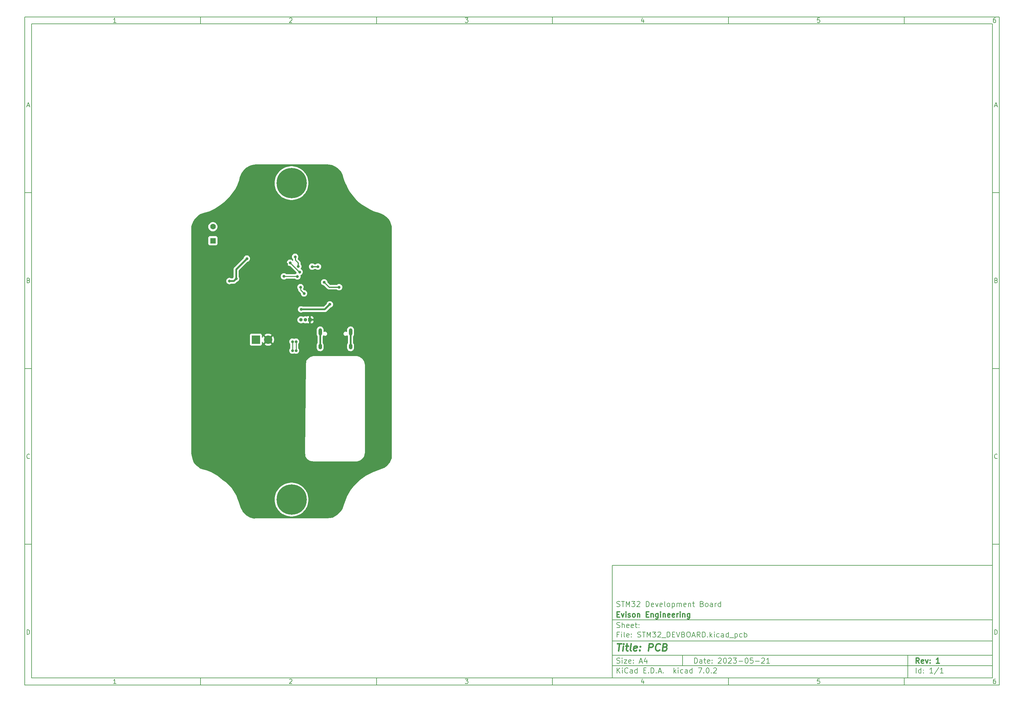
<source format=gbr>
%TF.GenerationSoftware,KiCad,Pcbnew,7.0.2*%
%TF.CreationDate,2023-05-27T14:00:09+09:30*%
%TF.ProjectId,STM32_DEVBOARD,53544d33-325f-4444-9556-424f4152442e,1*%
%TF.SameCoordinates,Original*%
%TF.FileFunction,Copper,L2,Bot*%
%TF.FilePolarity,Positive*%
%FSLAX46Y46*%
G04 Gerber Fmt 4.6, Leading zero omitted, Abs format (unit mm)*
G04 Created by KiCad (PCBNEW 7.0.2) date 2023-05-27 14:00:09*
%MOMM*%
%LPD*%
G01*
G04 APERTURE LIST*
%ADD10C,0.100000*%
%ADD11C,0.150000*%
%ADD12C,0.300000*%
%ADD13C,0.400000*%
%TA.AperFunction,ComponentPad*%
%ADD14R,1.600000X1.600000*%
%TD*%
%TA.AperFunction,ComponentPad*%
%ADD15C,1.600000*%
%TD*%
%TA.AperFunction,ComponentPad*%
%ADD16O,1.000000X1.600000*%
%TD*%
%TA.AperFunction,ComponentPad*%
%ADD17O,1.000000X2.100000*%
%TD*%
%TA.AperFunction,ComponentPad*%
%ADD18R,1.000000X1.000000*%
%TD*%
%TA.AperFunction,ComponentPad*%
%ADD19O,1.000000X1.000000*%
%TD*%
%TA.AperFunction,ComponentPad*%
%ADD20C,8.600000*%
%TD*%
%TA.AperFunction,ComponentPad*%
%ADD21R,2.400000X2.400000*%
%TD*%
%TA.AperFunction,ComponentPad*%
%ADD22C,2.400000*%
%TD*%
%TA.AperFunction,ViaPad*%
%ADD23C,0.800000*%
%TD*%
%TA.AperFunction,Conductor*%
%ADD24C,0.250000*%
%TD*%
%TA.AperFunction,Conductor*%
%ADD25C,0.300000*%
%TD*%
%TA.AperFunction,Conductor*%
%ADD26C,0.500000*%
%TD*%
G04 APERTURE END LIST*
D10*
D11*
X177002200Y-166007200D02*
X285002200Y-166007200D01*
X285002200Y-198007200D01*
X177002200Y-198007200D01*
X177002200Y-166007200D01*
D10*
D11*
X10000000Y-10000000D02*
X287002200Y-10000000D01*
X287002200Y-200007200D01*
X10000000Y-200007200D01*
X10000000Y-10000000D01*
D10*
D11*
X12000000Y-12000000D02*
X285002200Y-12000000D01*
X285002200Y-198007200D01*
X12000000Y-198007200D01*
X12000000Y-12000000D01*
D10*
D11*
X60000000Y-12000000D02*
X60000000Y-10000000D01*
D10*
D11*
X110000000Y-12000000D02*
X110000000Y-10000000D01*
D10*
D11*
X160000000Y-12000000D02*
X160000000Y-10000000D01*
D10*
D11*
X210000000Y-12000000D02*
X210000000Y-10000000D01*
D10*
D11*
X260000000Y-12000000D02*
X260000000Y-10000000D01*
D10*
D11*
X35990476Y-11601404D02*
X35247619Y-11601404D01*
X35619047Y-11601404D02*
X35619047Y-10301404D01*
X35619047Y-10301404D02*
X35495238Y-10487119D01*
X35495238Y-10487119D02*
X35371428Y-10610928D01*
X35371428Y-10610928D02*
X35247619Y-10672833D01*
D10*
D11*
X85247619Y-10425214D02*
X85309523Y-10363309D01*
X85309523Y-10363309D02*
X85433333Y-10301404D01*
X85433333Y-10301404D02*
X85742857Y-10301404D01*
X85742857Y-10301404D02*
X85866666Y-10363309D01*
X85866666Y-10363309D02*
X85928571Y-10425214D01*
X85928571Y-10425214D02*
X85990476Y-10549023D01*
X85990476Y-10549023D02*
X85990476Y-10672833D01*
X85990476Y-10672833D02*
X85928571Y-10858547D01*
X85928571Y-10858547D02*
X85185714Y-11601404D01*
X85185714Y-11601404D02*
X85990476Y-11601404D01*
D10*
D11*
X135185714Y-10301404D02*
X135990476Y-10301404D01*
X135990476Y-10301404D02*
X135557142Y-10796642D01*
X135557142Y-10796642D02*
X135742857Y-10796642D01*
X135742857Y-10796642D02*
X135866666Y-10858547D01*
X135866666Y-10858547D02*
X135928571Y-10920452D01*
X135928571Y-10920452D02*
X135990476Y-11044261D01*
X135990476Y-11044261D02*
X135990476Y-11353785D01*
X135990476Y-11353785D02*
X135928571Y-11477595D01*
X135928571Y-11477595D02*
X135866666Y-11539500D01*
X135866666Y-11539500D02*
X135742857Y-11601404D01*
X135742857Y-11601404D02*
X135371428Y-11601404D01*
X135371428Y-11601404D02*
X135247619Y-11539500D01*
X135247619Y-11539500D02*
X135185714Y-11477595D01*
D10*
D11*
X185866666Y-10734738D02*
X185866666Y-11601404D01*
X185557142Y-10239500D02*
X185247619Y-11168071D01*
X185247619Y-11168071D02*
X186052380Y-11168071D01*
D10*
D11*
X235928571Y-10301404D02*
X235309523Y-10301404D01*
X235309523Y-10301404D02*
X235247619Y-10920452D01*
X235247619Y-10920452D02*
X235309523Y-10858547D01*
X235309523Y-10858547D02*
X235433333Y-10796642D01*
X235433333Y-10796642D02*
X235742857Y-10796642D01*
X235742857Y-10796642D02*
X235866666Y-10858547D01*
X235866666Y-10858547D02*
X235928571Y-10920452D01*
X235928571Y-10920452D02*
X235990476Y-11044261D01*
X235990476Y-11044261D02*
X235990476Y-11353785D01*
X235990476Y-11353785D02*
X235928571Y-11477595D01*
X235928571Y-11477595D02*
X235866666Y-11539500D01*
X235866666Y-11539500D02*
X235742857Y-11601404D01*
X235742857Y-11601404D02*
X235433333Y-11601404D01*
X235433333Y-11601404D02*
X235309523Y-11539500D01*
X235309523Y-11539500D02*
X235247619Y-11477595D01*
D10*
D11*
X285866666Y-10301404D02*
X285619047Y-10301404D01*
X285619047Y-10301404D02*
X285495238Y-10363309D01*
X285495238Y-10363309D02*
X285433333Y-10425214D01*
X285433333Y-10425214D02*
X285309523Y-10610928D01*
X285309523Y-10610928D02*
X285247619Y-10858547D01*
X285247619Y-10858547D02*
X285247619Y-11353785D01*
X285247619Y-11353785D02*
X285309523Y-11477595D01*
X285309523Y-11477595D02*
X285371428Y-11539500D01*
X285371428Y-11539500D02*
X285495238Y-11601404D01*
X285495238Y-11601404D02*
X285742857Y-11601404D01*
X285742857Y-11601404D02*
X285866666Y-11539500D01*
X285866666Y-11539500D02*
X285928571Y-11477595D01*
X285928571Y-11477595D02*
X285990476Y-11353785D01*
X285990476Y-11353785D02*
X285990476Y-11044261D01*
X285990476Y-11044261D02*
X285928571Y-10920452D01*
X285928571Y-10920452D02*
X285866666Y-10858547D01*
X285866666Y-10858547D02*
X285742857Y-10796642D01*
X285742857Y-10796642D02*
X285495238Y-10796642D01*
X285495238Y-10796642D02*
X285371428Y-10858547D01*
X285371428Y-10858547D02*
X285309523Y-10920452D01*
X285309523Y-10920452D02*
X285247619Y-11044261D01*
D10*
D11*
X60000000Y-198007200D02*
X60000000Y-200007200D01*
D10*
D11*
X110000000Y-198007200D02*
X110000000Y-200007200D01*
D10*
D11*
X160000000Y-198007200D02*
X160000000Y-200007200D01*
D10*
D11*
X210000000Y-198007200D02*
X210000000Y-200007200D01*
D10*
D11*
X260000000Y-198007200D02*
X260000000Y-200007200D01*
D10*
D11*
X35990476Y-199608604D02*
X35247619Y-199608604D01*
X35619047Y-199608604D02*
X35619047Y-198308604D01*
X35619047Y-198308604D02*
X35495238Y-198494319D01*
X35495238Y-198494319D02*
X35371428Y-198618128D01*
X35371428Y-198618128D02*
X35247619Y-198680033D01*
D10*
D11*
X85247619Y-198432414D02*
X85309523Y-198370509D01*
X85309523Y-198370509D02*
X85433333Y-198308604D01*
X85433333Y-198308604D02*
X85742857Y-198308604D01*
X85742857Y-198308604D02*
X85866666Y-198370509D01*
X85866666Y-198370509D02*
X85928571Y-198432414D01*
X85928571Y-198432414D02*
X85990476Y-198556223D01*
X85990476Y-198556223D02*
X85990476Y-198680033D01*
X85990476Y-198680033D02*
X85928571Y-198865747D01*
X85928571Y-198865747D02*
X85185714Y-199608604D01*
X85185714Y-199608604D02*
X85990476Y-199608604D01*
D10*
D11*
X135185714Y-198308604D02*
X135990476Y-198308604D01*
X135990476Y-198308604D02*
X135557142Y-198803842D01*
X135557142Y-198803842D02*
X135742857Y-198803842D01*
X135742857Y-198803842D02*
X135866666Y-198865747D01*
X135866666Y-198865747D02*
X135928571Y-198927652D01*
X135928571Y-198927652D02*
X135990476Y-199051461D01*
X135990476Y-199051461D02*
X135990476Y-199360985D01*
X135990476Y-199360985D02*
X135928571Y-199484795D01*
X135928571Y-199484795D02*
X135866666Y-199546700D01*
X135866666Y-199546700D02*
X135742857Y-199608604D01*
X135742857Y-199608604D02*
X135371428Y-199608604D01*
X135371428Y-199608604D02*
X135247619Y-199546700D01*
X135247619Y-199546700D02*
X135185714Y-199484795D01*
D10*
D11*
X185866666Y-198741938D02*
X185866666Y-199608604D01*
X185557142Y-198246700D02*
X185247619Y-199175271D01*
X185247619Y-199175271D02*
X186052380Y-199175271D01*
D10*
D11*
X235928571Y-198308604D02*
X235309523Y-198308604D01*
X235309523Y-198308604D02*
X235247619Y-198927652D01*
X235247619Y-198927652D02*
X235309523Y-198865747D01*
X235309523Y-198865747D02*
X235433333Y-198803842D01*
X235433333Y-198803842D02*
X235742857Y-198803842D01*
X235742857Y-198803842D02*
X235866666Y-198865747D01*
X235866666Y-198865747D02*
X235928571Y-198927652D01*
X235928571Y-198927652D02*
X235990476Y-199051461D01*
X235990476Y-199051461D02*
X235990476Y-199360985D01*
X235990476Y-199360985D02*
X235928571Y-199484795D01*
X235928571Y-199484795D02*
X235866666Y-199546700D01*
X235866666Y-199546700D02*
X235742857Y-199608604D01*
X235742857Y-199608604D02*
X235433333Y-199608604D01*
X235433333Y-199608604D02*
X235309523Y-199546700D01*
X235309523Y-199546700D02*
X235247619Y-199484795D01*
D10*
D11*
X285866666Y-198308604D02*
X285619047Y-198308604D01*
X285619047Y-198308604D02*
X285495238Y-198370509D01*
X285495238Y-198370509D02*
X285433333Y-198432414D01*
X285433333Y-198432414D02*
X285309523Y-198618128D01*
X285309523Y-198618128D02*
X285247619Y-198865747D01*
X285247619Y-198865747D02*
X285247619Y-199360985D01*
X285247619Y-199360985D02*
X285309523Y-199484795D01*
X285309523Y-199484795D02*
X285371428Y-199546700D01*
X285371428Y-199546700D02*
X285495238Y-199608604D01*
X285495238Y-199608604D02*
X285742857Y-199608604D01*
X285742857Y-199608604D02*
X285866666Y-199546700D01*
X285866666Y-199546700D02*
X285928571Y-199484795D01*
X285928571Y-199484795D02*
X285990476Y-199360985D01*
X285990476Y-199360985D02*
X285990476Y-199051461D01*
X285990476Y-199051461D02*
X285928571Y-198927652D01*
X285928571Y-198927652D02*
X285866666Y-198865747D01*
X285866666Y-198865747D02*
X285742857Y-198803842D01*
X285742857Y-198803842D02*
X285495238Y-198803842D01*
X285495238Y-198803842D02*
X285371428Y-198865747D01*
X285371428Y-198865747D02*
X285309523Y-198927652D01*
X285309523Y-198927652D02*
X285247619Y-199051461D01*
D10*
D11*
X10000000Y-60000000D02*
X12000000Y-60000000D01*
D10*
D11*
X10000000Y-110000000D02*
X12000000Y-110000000D01*
D10*
D11*
X10000000Y-160000000D02*
X12000000Y-160000000D01*
D10*
D11*
X10690476Y-35229976D02*
X11309523Y-35229976D01*
X10566666Y-35601404D02*
X10999999Y-34301404D01*
X10999999Y-34301404D02*
X11433333Y-35601404D01*
D10*
D11*
X11092857Y-84920452D02*
X11278571Y-84982357D01*
X11278571Y-84982357D02*
X11340476Y-85044261D01*
X11340476Y-85044261D02*
X11402380Y-85168071D01*
X11402380Y-85168071D02*
X11402380Y-85353785D01*
X11402380Y-85353785D02*
X11340476Y-85477595D01*
X11340476Y-85477595D02*
X11278571Y-85539500D01*
X11278571Y-85539500D02*
X11154761Y-85601404D01*
X11154761Y-85601404D02*
X10659523Y-85601404D01*
X10659523Y-85601404D02*
X10659523Y-84301404D01*
X10659523Y-84301404D02*
X11092857Y-84301404D01*
X11092857Y-84301404D02*
X11216666Y-84363309D01*
X11216666Y-84363309D02*
X11278571Y-84425214D01*
X11278571Y-84425214D02*
X11340476Y-84549023D01*
X11340476Y-84549023D02*
X11340476Y-84672833D01*
X11340476Y-84672833D02*
X11278571Y-84796642D01*
X11278571Y-84796642D02*
X11216666Y-84858547D01*
X11216666Y-84858547D02*
X11092857Y-84920452D01*
X11092857Y-84920452D02*
X10659523Y-84920452D01*
D10*
D11*
X11402380Y-135477595D02*
X11340476Y-135539500D01*
X11340476Y-135539500D02*
X11154761Y-135601404D01*
X11154761Y-135601404D02*
X11030952Y-135601404D01*
X11030952Y-135601404D02*
X10845238Y-135539500D01*
X10845238Y-135539500D02*
X10721428Y-135415690D01*
X10721428Y-135415690D02*
X10659523Y-135291880D01*
X10659523Y-135291880D02*
X10597619Y-135044261D01*
X10597619Y-135044261D02*
X10597619Y-134858547D01*
X10597619Y-134858547D02*
X10659523Y-134610928D01*
X10659523Y-134610928D02*
X10721428Y-134487119D01*
X10721428Y-134487119D02*
X10845238Y-134363309D01*
X10845238Y-134363309D02*
X11030952Y-134301404D01*
X11030952Y-134301404D02*
X11154761Y-134301404D01*
X11154761Y-134301404D02*
X11340476Y-134363309D01*
X11340476Y-134363309D02*
X11402380Y-134425214D01*
D10*
D11*
X10659523Y-185601404D02*
X10659523Y-184301404D01*
X10659523Y-184301404D02*
X10969047Y-184301404D01*
X10969047Y-184301404D02*
X11154761Y-184363309D01*
X11154761Y-184363309D02*
X11278571Y-184487119D01*
X11278571Y-184487119D02*
X11340476Y-184610928D01*
X11340476Y-184610928D02*
X11402380Y-184858547D01*
X11402380Y-184858547D02*
X11402380Y-185044261D01*
X11402380Y-185044261D02*
X11340476Y-185291880D01*
X11340476Y-185291880D02*
X11278571Y-185415690D01*
X11278571Y-185415690D02*
X11154761Y-185539500D01*
X11154761Y-185539500D02*
X10969047Y-185601404D01*
X10969047Y-185601404D02*
X10659523Y-185601404D01*
D10*
D11*
X287002200Y-60000000D02*
X285002200Y-60000000D01*
D10*
D11*
X287002200Y-110000000D02*
X285002200Y-110000000D01*
D10*
D11*
X287002200Y-160000000D02*
X285002200Y-160000000D01*
D10*
D11*
X285692676Y-35229976D02*
X286311723Y-35229976D01*
X285568866Y-35601404D02*
X286002199Y-34301404D01*
X286002199Y-34301404D02*
X286435533Y-35601404D01*
D10*
D11*
X286095057Y-84920452D02*
X286280771Y-84982357D01*
X286280771Y-84982357D02*
X286342676Y-85044261D01*
X286342676Y-85044261D02*
X286404580Y-85168071D01*
X286404580Y-85168071D02*
X286404580Y-85353785D01*
X286404580Y-85353785D02*
X286342676Y-85477595D01*
X286342676Y-85477595D02*
X286280771Y-85539500D01*
X286280771Y-85539500D02*
X286156961Y-85601404D01*
X286156961Y-85601404D02*
X285661723Y-85601404D01*
X285661723Y-85601404D02*
X285661723Y-84301404D01*
X285661723Y-84301404D02*
X286095057Y-84301404D01*
X286095057Y-84301404D02*
X286218866Y-84363309D01*
X286218866Y-84363309D02*
X286280771Y-84425214D01*
X286280771Y-84425214D02*
X286342676Y-84549023D01*
X286342676Y-84549023D02*
X286342676Y-84672833D01*
X286342676Y-84672833D02*
X286280771Y-84796642D01*
X286280771Y-84796642D02*
X286218866Y-84858547D01*
X286218866Y-84858547D02*
X286095057Y-84920452D01*
X286095057Y-84920452D02*
X285661723Y-84920452D01*
D10*
D11*
X286404580Y-135477595D02*
X286342676Y-135539500D01*
X286342676Y-135539500D02*
X286156961Y-135601404D01*
X286156961Y-135601404D02*
X286033152Y-135601404D01*
X286033152Y-135601404D02*
X285847438Y-135539500D01*
X285847438Y-135539500D02*
X285723628Y-135415690D01*
X285723628Y-135415690D02*
X285661723Y-135291880D01*
X285661723Y-135291880D02*
X285599819Y-135044261D01*
X285599819Y-135044261D02*
X285599819Y-134858547D01*
X285599819Y-134858547D02*
X285661723Y-134610928D01*
X285661723Y-134610928D02*
X285723628Y-134487119D01*
X285723628Y-134487119D02*
X285847438Y-134363309D01*
X285847438Y-134363309D02*
X286033152Y-134301404D01*
X286033152Y-134301404D02*
X286156961Y-134301404D01*
X286156961Y-134301404D02*
X286342676Y-134363309D01*
X286342676Y-134363309D02*
X286404580Y-134425214D01*
D10*
D11*
X285661723Y-185601404D02*
X285661723Y-184301404D01*
X285661723Y-184301404D02*
X285971247Y-184301404D01*
X285971247Y-184301404D02*
X286156961Y-184363309D01*
X286156961Y-184363309D02*
X286280771Y-184487119D01*
X286280771Y-184487119D02*
X286342676Y-184610928D01*
X286342676Y-184610928D02*
X286404580Y-184858547D01*
X286404580Y-184858547D02*
X286404580Y-185044261D01*
X286404580Y-185044261D02*
X286342676Y-185291880D01*
X286342676Y-185291880D02*
X286280771Y-185415690D01*
X286280771Y-185415690D02*
X286156961Y-185539500D01*
X286156961Y-185539500D02*
X285971247Y-185601404D01*
X285971247Y-185601404D02*
X285661723Y-185601404D01*
D10*
D11*
X200359342Y-193801128D02*
X200359342Y-192301128D01*
X200359342Y-192301128D02*
X200716485Y-192301128D01*
X200716485Y-192301128D02*
X200930771Y-192372557D01*
X200930771Y-192372557D02*
X201073628Y-192515414D01*
X201073628Y-192515414D02*
X201145057Y-192658271D01*
X201145057Y-192658271D02*
X201216485Y-192943985D01*
X201216485Y-192943985D02*
X201216485Y-193158271D01*
X201216485Y-193158271D02*
X201145057Y-193443985D01*
X201145057Y-193443985D02*
X201073628Y-193586842D01*
X201073628Y-193586842D02*
X200930771Y-193729700D01*
X200930771Y-193729700D02*
X200716485Y-193801128D01*
X200716485Y-193801128D02*
X200359342Y-193801128D01*
X202502200Y-193801128D02*
X202502200Y-193015414D01*
X202502200Y-193015414D02*
X202430771Y-192872557D01*
X202430771Y-192872557D02*
X202287914Y-192801128D01*
X202287914Y-192801128D02*
X202002200Y-192801128D01*
X202002200Y-192801128D02*
X201859342Y-192872557D01*
X202502200Y-193729700D02*
X202359342Y-193801128D01*
X202359342Y-193801128D02*
X202002200Y-193801128D01*
X202002200Y-193801128D02*
X201859342Y-193729700D01*
X201859342Y-193729700D02*
X201787914Y-193586842D01*
X201787914Y-193586842D02*
X201787914Y-193443985D01*
X201787914Y-193443985D02*
X201859342Y-193301128D01*
X201859342Y-193301128D02*
X202002200Y-193229700D01*
X202002200Y-193229700D02*
X202359342Y-193229700D01*
X202359342Y-193229700D02*
X202502200Y-193158271D01*
X203002200Y-192801128D02*
X203573628Y-192801128D01*
X203216485Y-192301128D02*
X203216485Y-193586842D01*
X203216485Y-193586842D02*
X203287914Y-193729700D01*
X203287914Y-193729700D02*
X203430771Y-193801128D01*
X203430771Y-193801128D02*
X203573628Y-193801128D01*
X204645057Y-193729700D02*
X204502200Y-193801128D01*
X204502200Y-193801128D02*
X204216486Y-193801128D01*
X204216486Y-193801128D02*
X204073628Y-193729700D01*
X204073628Y-193729700D02*
X204002200Y-193586842D01*
X204002200Y-193586842D02*
X204002200Y-193015414D01*
X204002200Y-193015414D02*
X204073628Y-192872557D01*
X204073628Y-192872557D02*
X204216486Y-192801128D01*
X204216486Y-192801128D02*
X204502200Y-192801128D01*
X204502200Y-192801128D02*
X204645057Y-192872557D01*
X204645057Y-192872557D02*
X204716486Y-193015414D01*
X204716486Y-193015414D02*
X204716486Y-193158271D01*
X204716486Y-193158271D02*
X204002200Y-193301128D01*
X205359342Y-193658271D02*
X205430771Y-193729700D01*
X205430771Y-193729700D02*
X205359342Y-193801128D01*
X205359342Y-193801128D02*
X205287914Y-193729700D01*
X205287914Y-193729700D02*
X205359342Y-193658271D01*
X205359342Y-193658271D02*
X205359342Y-193801128D01*
X205359342Y-192872557D02*
X205430771Y-192943985D01*
X205430771Y-192943985D02*
X205359342Y-193015414D01*
X205359342Y-193015414D02*
X205287914Y-192943985D01*
X205287914Y-192943985D02*
X205359342Y-192872557D01*
X205359342Y-192872557D02*
X205359342Y-193015414D01*
X207145057Y-192443985D02*
X207216485Y-192372557D01*
X207216485Y-192372557D02*
X207359343Y-192301128D01*
X207359343Y-192301128D02*
X207716485Y-192301128D01*
X207716485Y-192301128D02*
X207859343Y-192372557D01*
X207859343Y-192372557D02*
X207930771Y-192443985D01*
X207930771Y-192443985D02*
X208002200Y-192586842D01*
X208002200Y-192586842D02*
X208002200Y-192729700D01*
X208002200Y-192729700D02*
X207930771Y-192943985D01*
X207930771Y-192943985D02*
X207073628Y-193801128D01*
X207073628Y-193801128D02*
X208002200Y-193801128D01*
X208930771Y-192301128D02*
X209073628Y-192301128D01*
X209073628Y-192301128D02*
X209216485Y-192372557D01*
X209216485Y-192372557D02*
X209287914Y-192443985D01*
X209287914Y-192443985D02*
X209359342Y-192586842D01*
X209359342Y-192586842D02*
X209430771Y-192872557D01*
X209430771Y-192872557D02*
X209430771Y-193229700D01*
X209430771Y-193229700D02*
X209359342Y-193515414D01*
X209359342Y-193515414D02*
X209287914Y-193658271D01*
X209287914Y-193658271D02*
X209216485Y-193729700D01*
X209216485Y-193729700D02*
X209073628Y-193801128D01*
X209073628Y-193801128D02*
X208930771Y-193801128D01*
X208930771Y-193801128D02*
X208787914Y-193729700D01*
X208787914Y-193729700D02*
X208716485Y-193658271D01*
X208716485Y-193658271D02*
X208645056Y-193515414D01*
X208645056Y-193515414D02*
X208573628Y-193229700D01*
X208573628Y-193229700D02*
X208573628Y-192872557D01*
X208573628Y-192872557D02*
X208645056Y-192586842D01*
X208645056Y-192586842D02*
X208716485Y-192443985D01*
X208716485Y-192443985D02*
X208787914Y-192372557D01*
X208787914Y-192372557D02*
X208930771Y-192301128D01*
X210002199Y-192443985D02*
X210073627Y-192372557D01*
X210073627Y-192372557D02*
X210216485Y-192301128D01*
X210216485Y-192301128D02*
X210573627Y-192301128D01*
X210573627Y-192301128D02*
X210716485Y-192372557D01*
X210716485Y-192372557D02*
X210787913Y-192443985D01*
X210787913Y-192443985D02*
X210859342Y-192586842D01*
X210859342Y-192586842D02*
X210859342Y-192729700D01*
X210859342Y-192729700D02*
X210787913Y-192943985D01*
X210787913Y-192943985D02*
X209930770Y-193801128D01*
X209930770Y-193801128D02*
X210859342Y-193801128D01*
X211359341Y-192301128D02*
X212287913Y-192301128D01*
X212287913Y-192301128D02*
X211787913Y-192872557D01*
X211787913Y-192872557D02*
X212002198Y-192872557D01*
X212002198Y-192872557D02*
X212145056Y-192943985D01*
X212145056Y-192943985D02*
X212216484Y-193015414D01*
X212216484Y-193015414D02*
X212287913Y-193158271D01*
X212287913Y-193158271D02*
X212287913Y-193515414D01*
X212287913Y-193515414D02*
X212216484Y-193658271D01*
X212216484Y-193658271D02*
X212145056Y-193729700D01*
X212145056Y-193729700D02*
X212002198Y-193801128D01*
X212002198Y-193801128D02*
X211573627Y-193801128D01*
X211573627Y-193801128D02*
X211430770Y-193729700D01*
X211430770Y-193729700D02*
X211359341Y-193658271D01*
X212930769Y-193229700D02*
X214073627Y-193229700D01*
X215073627Y-192301128D02*
X215216484Y-192301128D01*
X215216484Y-192301128D02*
X215359341Y-192372557D01*
X215359341Y-192372557D02*
X215430770Y-192443985D01*
X215430770Y-192443985D02*
X215502198Y-192586842D01*
X215502198Y-192586842D02*
X215573627Y-192872557D01*
X215573627Y-192872557D02*
X215573627Y-193229700D01*
X215573627Y-193229700D02*
X215502198Y-193515414D01*
X215502198Y-193515414D02*
X215430770Y-193658271D01*
X215430770Y-193658271D02*
X215359341Y-193729700D01*
X215359341Y-193729700D02*
X215216484Y-193801128D01*
X215216484Y-193801128D02*
X215073627Y-193801128D01*
X215073627Y-193801128D02*
X214930770Y-193729700D01*
X214930770Y-193729700D02*
X214859341Y-193658271D01*
X214859341Y-193658271D02*
X214787912Y-193515414D01*
X214787912Y-193515414D02*
X214716484Y-193229700D01*
X214716484Y-193229700D02*
X214716484Y-192872557D01*
X214716484Y-192872557D02*
X214787912Y-192586842D01*
X214787912Y-192586842D02*
X214859341Y-192443985D01*
X214859341Y-192443985D02*
X214930770Y-192372557D01*
X214930770Y-192372557D02*
X215073627Y-192301128D01*
X216930769Y-192301128D02*
X216216483Y-192301128D01*
X216216483Y-192301128D02*
X216145055Y-193015414D01*
X216145055Y-193015414D02*
X216216483Y-192943985D01*
X216216483Y-192943985D02*
X216359341Y-192872557D01*
X216359341Y-192872557D02*
X216716483Y-192872557D01*
X216716483Y-192872557D02*
X216859341Y-192943985D01*
X216859341Y-192943985D02*
X216930769Y-193015414D01*
X216930769Y-193015414D02*
X217002198Y-193158271D01*
X217002198Y-193158271D02*
X217002198Y-193515414D01*
X217002198Y-193515414D02*
X216930769Y-193658271D01*
X216930769Y-193658271D02*
X216859341Y-193729700D01*
X216859341Y-193729700D02*
X216716483Y-193801128D01*
X216716483Y-193801128D02*
X216359341Y-193801128D01*
X216359341Y-193801128D02*
X216216483Y-193729700D01*
X216216483Y-193729700D02*
X216145055Y-193658271D01*
X217645054Y-193229700D02*
X218787912Y-193229700D01*
X219430769Y-192443985D02*
X219502197Y-192372557D01*
X219502197Y-192372557D02*
X219645055Y-192301128D01*
X219645055Y-192301128D02*
X220002197Y-192301128D01*
X220002197Y-192301128D02*
X220145055Y-192372557D01*
X220145055Y-192372557D02*
X220216483Y-192443985D01*
X220216483Y-192443985D02*
X220287912Y-192586842D01*
X220287912Y-192586842D02*
X220287912Y-192729700D01*
X220287912Y-192729700D02*
X220216483Y-192943985D01*
X220216483Y-192943985D02*
X219359340Y-193801128D01*
X219359340Y-193801128D02*
X220287912Y-193801128D01*
X221716483Y-193801128D02*
X220859340Y-193801128D01*
X221287911Y-193801128D02*
X221287911Y-192301128D01*
X221287911Y-192301128D02*
X221145054Y-192515414D01*
X221145054Y-192515414D02*
X221002197Y-192658271D01*
X221002197Y-192658271D02*
X220859340Y-192729700D01*
D10*
D11*
X177002200Y-194507200D02*
X285002200Y-194507200D01*
D10*
D11*
X178359342Y-196601128D02*
X178359342Y-195101128D01*
X179216485Y-196601128D02*
X178573628Y-195743985D01*
X179216485Y-195101128D02*
X178359342Y-195958271D01*
X179859342Y-196601128D02*
X179859342Y-195601128D01*
X179859342Y-195101128D02*
X179787914Y-195172557D01*
X179787914Y-195172557D02*
X179859342Y-195243985D01*
X179859342Y-195243985D02*
X179930771Y-195172557D01*
X179930771Y-195172557D02*
X179859342Y-195101128D01*
X179859342Y-195101128D02*
X179859342Y-195243985D01*
X181430771Y-196458271D02*
X181359343Y-196529700D01*
X181359343Y-196529700D02*
X181145057Y-196601128D01*
X181145057Y-196601128D02*
X181002200Y-196601128D01*
X181002200Y-196601128D02*
X180787914Y-196529700D01*
X180787914Y-196529700D02*
X180645057Y-196386842D01*
X180645057Y-196386842D02*
X180573628Y-196243985D01*
X180573628Y-196243985D02*
X180502200Y-195958271D01*
X180502200Y-195958271D02*
X180502200Y-195743985D01*
X180502200Y-195743985D02*
X180573628Y-195458271D01*
X180573628Y-195458271D02*
X180645057Y-195315414D01*
X180645057Y-195315414D02*
X180787914Y-195172557D01*
X180787914Y-195172557D02*
X181002200Y-195101128D01*
X181002200Y-195101128D02*
X181145057Y-195101128D01*
X181145057Y-195101128D02*
X181359343Y-195172557D01*
X181359343Y-195172557D02*
X181430771Y-195243985D01*
X182716486Y-196601128D02*
X182716486Y-195815414D01*
X182716486Y-195815414D02*
X182645057Y-195672557D01*
X182645057Y-195672557D02*
X182502200Y-195601128D01*
X182502200Y-195601128D02*
X182216486Y-195601128D01*
X182216486Y-195601128D02*
X182073628Y-195672557D01*
X182716486Y-196529700D02*
X182573628Y-196601128D01*
X182573628Y-196601128D02*
X182216486Y-196601128D01*
X182216486Y-196601128D02*
X182073628Y-196529700D01*
X182073628Y-196529700D02*
X182002200Y-196386842D01*
X182002200Y-196386842D02*
X182002200Y-196243985D01*
X182002200Y-196243985D02*
X182073628Y-196101128D01*
X182073628Y-196101128D02*
X182216486Y-196029700D01*
X182216486Y-196029700D02*
X182573628Y-196029700D01*
X182573628Y-196029700D02*
X182716486Y-195958271D01*
X184073629Y-196601128D02*
X184073629Y-195101128D01*
X184073629Y-196529700D02*
X183930771Y-196601128D01*
X183930771Y-196601128D02*
X183645057Y-196601128D01*
X183645057Y-196601128D02*
X183502200Y-196529700D01*
X183502200Y-196529700D02*
X183430771Y-196458271D01*
X183430771Y-196458271D02*
X183359343Y-196315414D01*
X183359343Y-196315414D02*
X183359343Y-195886842D01*
X183359343Y-195886842D02*
X183430771Y-195743985D01*
X183430771Y-195743985D02*
X183502200Y-195672557D01*
X183502200Y-195672557D02*
X183645057Y-195601128D01*
X183645057Y-195601128D02*
X183930771Y-195601128D01*
X183930771Y-195601128D02*
X184073629Y-195672557D01*
X185930771Y-195815414D02*
X186430771Y-195815414D01*
X186645057Y-196601128D02*
X185930771Y-196601128D01*
X185930771Y-196601128D02*
X185930771Y-195101128D01*
X185930771Y-195101128D02*
X186645057Y-195101128D01*
X187287914Y-196458271D02*
X187359343Y-196529700D01*
X187359343Y-196529700D02*
X187287914Y-196601128D01*
X187287914Y-196601128D02*
X187216486Y-196529700D01*
X187216486Y-196529700D02*
X187287914Y-196458271D01*
X187287914Y-196458271D02*
X187287914Y-196601128D01*
X188002200Y-196601128D02*
X188002200Y-195101128D01*
X188002200Y-195101128D02*
X188359343Y-195101128D01*
X188359343Y-195101128D02*
X188573629Y-195172557D01*
X188573629Y-195172557D02*
X188716486Y-195315414D01*
X188716486Y-195315414D02*
X188787915Y-195458271D01*
X188787915Y-195458271D02*
X188859343Y-195743985D01*
X188859343Y-195743985D02*
X188859343Y-195958271D01*
X188859343Y-195958271D02*
X188787915Y-196243985D01*
X188787915Y-196243985D02*
X188716486Y-196386842D01*
X188716486Y-196386842D02*
X188573629Y-196529700D01*
X188573629Y-196529700D02*
X188359343Y-196601128D01*
X188359343Y-196601128D02*
X188002200Y-196601128D01*
X189502200Y-196458271D02*
X189573629Y-196529700D01*
X189573629Y-196529700D02*
X189502200Y-196601128D01*
X189502200Y-196601128D02*
X189430772Y-196529700D01*
X189430772Y-196529700D02*
X189502200Y-196458271D01*
X189502200Y-196458271D02*
X189502200Y-196601128D01*
X190145058Y-196172557D02*
X190859344Y-196172557D01*
X190002201Y-196601128D02*
X190502201Y-195101128D01*
X190502201Y-195101128D02*
X191002201Y-196601128D01*
X191502200Y-196458271D02*
X191573629Y-196529700D01*
X191573629Y-196529700D02*
X191502200Y-196601128D01*
X191502200Y-196601128D02*
X191430772Y-196529700D01*
X191430772Y-196529700D02*
X191502200Y-196458271D01*
X191502200Y-196458271D02*
X191502200Y-196601128D01*
X194502200Y-196601128D02*
X194502200Y-195101128D01*
X194645058Y-196029700D02*
X195073629Y-196601128D01*
X195073629Y-195601128D02*
X194502200Y-196172557D01*
X195716486Y-196601128D02*
X195716486Y-195601128D01*
X195716486Y-195101128D02*
X195645058Y-195172557D01*
X195645058Y-195172557D02*
X195716486Y-195243985D01*
X195716486Y-195243985D02*
X195787915Y-195172557D01*
X195787915Y-195172557D02*
X195716486Y-195101128D01*
X195716486Y-195101128D02*
X195716486Y-195243985D01*
X197073630Y-196529700D02*
X196930772Y-196601128D01*
X196930772Y-196601128D02*
X196645058Y-196601128D01*
X196645058Y-196601128D02*
X196502201Y-196529700D01*
X196502201Y-196529700D02*
X196430772Y-196458271D01*
X196430772Y-196458271D02*
X196359344Y-196315414D01*
X196359344Y-196315414D02*
X196359344Y-195886842D01*
X196359344Y-195886842D02*
X196430772Y-195743985D01*
X196430772Y-195743985D02*
X196502201Y-195672557D01*
X196502201Y-195672557D02*
X196645058Y-195601128D01*
X196645058Y-195601128D02*
X196930772Y-195601128D01*
X196930772Y-195601128D02*
X197073630Y-195672557D01*
X198359344Y-196601128D02*
X198359344Y-195815414D01*
X198359344Y-195815414D02*
X198287915Y-195672557D01*
X198287915Y-195672557D02*
X198145058Y-195601128D01*
X198145058Y-195601128D02*
X197859344Y-195601128D01*
X197859344Y-195601128D02*
X197716486Y-195672557D01*
X198359344Y-196529700D02*
X198216486Y-196601128D01*
X198216486Y-196601128D02*
X197859344Y-196601128D01*
X197859344Y-196601128D02*
X197716486Y-196529700D01*
X197716486Y-196529700D02*
X197645058Y-196386842D01*
X197645058Y-196386842D02*
X197645058Y-196243985D01*
X197645058Y-196243985D02*
X197716486Y-196101128D01*
X197716486Y-196101128D02*
X197859344Y-196029700D01*
X197859344Y-196029700D02*
X198216486Y-196029700D01*
X198216486Y-196029700D02*
X198359344Y-195958271D01*
X199716487Y-196601128D02*
X199716487Y-195101128D01*
X199716487Y-196529700D02*
X199573629Y-196601128D01*
X199573629Y-196601128D02*
X199287915Y-196601128D01*
X199287915Y-196601128D02*
X199145058Y-196529700D01*
X199145058Y-196529700D02*
X199073629Y-196458271D01*
X199073629Y-196458271D02*
X199002201Y-196315414D01*
X199002201Y-196315414D02*
X199002201Y-195886842D01*
X199002201Y-195886842D02*
X199073629Y-195743985D01*
X199073629Y-195743985D02*
X199145058Y-195672557D01*
X199145058Y-195672557D02*
X199287915Y-195601128D01*
X199287915Y-195601128D02*
X199573629Y-195601128D01*
X199573629Y-195601128D02*
X199716487Y-195672557D01*
X201430772Y-195101128D02*
X202430772Y-195101128D01*
X202430772Y-195101128D02*
X201787915Y-196601128D01*
X203002200Y-196458271D02*
X203073629Y-196529700D01*
X203073629Y-196529700D02*
X203002200Y-196601128D01*
X203002200Y-196601128D02*
X202930772Y-196529700D01*
X202930772Y-196529700D02*
X203002200Y-196458271D01*
X203002200Y-196458271D02*
X203002200Y-196601128D01*
X204002201Y-195101128D02*
X204145058Y-195101128D01*
X204145058Y-195101128D02*
X204287915Y-195172557D01*
X204287915Y-195172557D02*
X204359344Y-195243985D01*
X204359344Y-195243985D02*
X204430772Y-195386842D01*
X204430772Y-195386842D02*
X204502201Y-195672557D01*
X204502201Y-195672557D02*
X204502201Y-196029700D01*
X204502201Y-196029700D02*
X204430772Y-196315414D01*
X204430772Y-196315414D02*
X204359344Y-196458271D01*
X204359344Y-196458271D02*
X204287915Y-196529700D01*
X204287915Y-196529700D02*
X204145058Y-196601128D01*
X204145058Y-196601128D02*
X204002201Y-196601128D01*
X204002201Y-196601128D02*
X203859344Y-196529700D01*
X203859344Y-196529700D02*
X203787915Y-196458271D01*
X203787915Y-196458271D02*
X203716486Y-196315414D01*
X203716486Y-196315414D02*
X203645058Y-196029700D01*
X203645058Y-196029700D02*
X203645058Y-195672557D01*
X203645058Y-195672557D02*
X203716486Y-195386842D01*
X203716486Y-195386842D02*
X203787915Y-195243985D01*
X203787915Y-195243985D02*
X203859344Y-195172557D01*
X203859344Y-195172557D02*
X204002201Y-195101128D01*
X205145057Y-196458271D02*
X205216486Y-196529700D01*
X205216486Y-196529700D02*
X205145057Y-196601128D01*
X205145057Y-196601128D02*
X205073629Y-196529700D01*
X205073629Y-196529700D02*
X205145057Y-196458271D01*
X205145057Y-196458271D02*
X205145057Y-196601128D01*
X205787915Y-195243985D02*
X205859343Y-195172557D01*
X205859343Y-195172557D02*
X206002201Y-195101128D01*
X206002201Y-195101128D02*
X206359343Y-195101128D01*
X206359343Y-195101128D02*
X206502201Y-195172557D01*
X206502201Y-195172557D02*
X206573629Y-195243985D01*
X206573629Y-195243985D02*
X206645058Y-195386842D01*
X206645058Y-195386842D02*
X206645058Y-195529700D01*
X206645058Y-195529700D02*
X206573629Y-195743985D01*
X206573629Y-195743985D02*
X205716486Y-196601128D01*
X205716486Y-196601128D02*
X206645058Y-196601128D01*
D10*
D11*
X177002200Y-191507200D02*
X285002200Y-191507200D01*
D10*
D12*
X264216485Y-193801128D02*
X263716485Y-193086842D01*
X263359342Y-193801128D02*
X263359342Y-192301128D01*
X263359342Y-192301128D02*
X263930771Y-192301128D01*
X263930771Y-192301128D02*
X264073628Y-192372557D01*
X264073628Y-192372557D02*
X264145057Y-192443985D01*
X264145057Y-192443985D02*
X264216485Y-192586842D01*
X264216485Y-192586842D02*
X264216485Y-192801128D01*
X264216485Y-192801128D02*
X264145057Y-192943985D01*
X264145057Y-192943985D02*
X264073628Y-193015414D01*
X264073628Y-193015414D02*
X263930771Y-193086842D01*
X263930771Y-193086842D02*
X263359342Y-193086842D01*
X265430771Y-193729700D02*
X265287914Y-193801128D01*
X265287914Y-193801128D02*
X265002200Y-193801128D01*
X265002200Y-193801128D02*
X264859342Y-193729700D01*
X264859342Y-193729700D02*
X264787914Y-193586842D01*
X264787914Y-193586842D02*
X264787914Y-193015414D01*
X264787914Y-193015414D02*
X264859342Y-192872557D01*
X264859342Y-192872557D02*
X265002200Y-192801128D01*
X265002200Y-192801128D02*
X265287914Y-192801128D01*
X265287914Y-192801128D02*
X265430771Y-192872557D01*
X265430771Y-192872557D02*
X265502200Y-193015414D01*
X265502200Y-193015414D02*
X265502200Y-193158271D01*
X265502200Y-193158271D02*
X264787914Y-193301128D01*
X266002199Y-192801128D02*
X266359342Y-193801128D01*
X266359342Y-193801128D02*
X266716485Y-192801128D01*
X267287913Y-193658271D02*
X267359342Y-193729700D01*
X267359342Y-193729700D02*
X267287913Y-193801128D01*
X267287913Y-193801128D02*
X267216485Y-193729700D01*
X267216485Y-193729700D02*
X267287913Y-193658271D01*
X267287913Y-193658271D02*
X267287913Y-193801128D01*
X267287913Y-192872557D02*
X267359342Y-192943985D01*
X267359342Y-192943985D02*
X267287913Y-193015414D01*
X267287913Y-193015414D02*
X267216485Y-192943985D01*
X267216485Y-192943985D02*
X267287913Y-192872557D01*
X267287913Y-192872557D02*
X267287913Y-193015414D01*
X269930771Y-193801128D02*
X269073628Y-193801128D01*
X269502199Y-193801128D02*
X269502199Y-192301128D01*
X269502199Y-192301128D02*
X269359342Y-192515414D01*
X269359342Y-192515414D02*
X269216485Y-192658271D01*
X269216485Y-192658271D02*
X269073628Y-192729700D01*
D10*
D11*
X178287914Y-193729700D02*
X178502200Y-193801128D01*
X178502200Y-193801128D02*
X178859342Y-193801128D01*
X178859342Y-193801128D02*
X179002200Y-193729700D01*
X179002200Y-193729700D02*
X179073628Y-193658271D01*
X179073628Y-193658271D02*
X179145057Y-193515414D01*
X179145057Y-193515414D02*
X179145057Y-193372557D01*
X179145057Y-193372557D02*
X179073628Y-193229700D01*
X179073628Y-193229700D02*
X179002200Y-193158271D01*
X179002200Y-193158271D02*
X178859342Y-193086842D01*
X178859342Y-193086842D02*
X178573628Y-193015414D01*
X178573628Y-193015414D02*
X178430771Y-192943985D01*
X178430771Y-192943985D02*
X178359342Y-192872557D01*
X178359342Y-192872557D02*
X178287914Y-192729700D01*
X178287914Y-192729700D02*
X178287914Y-192586842D01*
X178287914Y-192586842D02*
X178359342Y-192443985D01*
X178359342Y-192443985D02*
X178430771Y-192372557D01*
X178430771Y-192372557D02*
X178573628Y-192301128D01*
X178573628Y-192301128D02*
X178930771Y-192301128D01*
X178930771Y-192301128D02*
X179145057Y-192372557D01*
X179787913Y-193801128D02*
X179787913Y-192801128D01*
X179787913Y-192301128D02*
X179716485Y-192372557D01*
X179716485Y-192372557D02*
X179787913Y-192443985D01*
X179787913Y-192443985D02*
X179859342Y-192372557D01*
X179859342Y-192372557D02*
X179787913Y-192301128D01*
X179787913Y-192301128D02*
X179787913Y-192443985D01*
X180359342Y-192801128D02*
X181145057Y-192801128D01*
X181145057Y-192801128D02*
X180359342Y-193801128D01*
X180359342Y-193801128D02*
X181145057Y-193801128D01*
X182287914Y-193729700D02*
X182145057Y-193801128D01*
X182145057Y-193801128D02*
X181859343Y-193801128D01*
X181859343Y-193801128D02*
X181716485Y-193729700D01*
X181716485Y-193729700D02*
X181645057Y-193586842D01*
X181645057Y-193586842D02*
X181645057Y-193015414D01*
X181645057Y-193015414D02*
X181716485Y-192872557D01*
X181716485Y-192872557D02*
X181859343Y-192801128D01*
X181859343Y-192801128D02*
X182145057Y-192801128D01*
X182145057Y-192801128D02*
X182287914Y-192872557D01*
X182287914Y-192872557D02*
X182359343Y-193015414D01*
X182359343Y-193015414D02*
X182359343Y-193158271D01*
X182359343Y-193158271D02*
X181645057Y-193301128D01*
X183002199Y-193658271D02*
X183073628Y-193729700D01*
X183073628Y-193729700D02*
X183002199Y-193801128D01*
X183002199Y-193801128D02*
X182930771Y-193729700D01*
X182930771Y-193729700D02*
X183002199Y-193658271D01*
X183002199Y-193658271D02*
X183002199Y-193801128D01*
X183002199Y-192872557D02*
X183073628Y-192943985D01*
X183073628Y-192943985D02*
X183002199Y-193015414D01*
X183002199Y-193015414D02*
X182930771Y-192943985D01*
X182930771Y-192943985D02*
X183002199Y-192872557D01*
X183002199Y-192872557D02*
X183002199Y-193015414D01*
X184787914Y-193372557D02*
X185502200Y-193372557D01*
X184645057Y-193801128D02*
X185145057Y-192301128D01*
X185145057Y-192301128D02*
X185645057Y-193801128D01*
X186787914Y-192801128D02*
X186787914Y-193801128D01*
X186430771Y-192229700D02*
X186073628Y-193301128D01*
X186073628Y-193301128D02*
X187002199Y-193301128D01*
D10*
D11*
X263359342Y-196601128D02*
X263359342Y-195101128D01*
X264716486Y-196601128D02*
X264716486Y-195101128D01*
X264716486Y-196529700D02*
X264573628Y-196601128D01*
X264573628Y-196601128D02*
X264287914Y-196601128D01*
X264287914Y-196601128D02*
X264145057Y-196529700D01*
X264145057Y-196529700D02*
X264073628Y-196458271D01*
X264073628Y-196458271D02*
X264002200Y-196315414D01*
X264002200Y-196315414D02*
X264002200Y-195886842D01*
X264002200Y-195886842D02*
X264073628Y-195743985D01*
X264073628Y-195743985D02*
X264145057Y-195672557D01*
X264145057Y-195672557D02*
X264287914Y-195601128D01*
X264287914Y-195601128D02*
X264573628Y-195601128D01*
X264573628Y-195601128D02*
X264716486Y-195672557D01*
X265430771Y-196458271D02*
X265502200Y-196529700D01*
X265502200Y-196529700D02*
X265430771Y-196601128D01*
X265430771Y-196601128D02*
X265359343Y-196529700D01*
X265359343Y-196529700D02*
X265430771Y-196458271D01*
X265430771Y-196458271D02*
X265430771Y-196601128D01*
X265430771Y-195672557D02*
X265502200Y-195743985D01*
X265502200Y-195743985D02*
X265430771Y-195815414D01*
X265430771Y-195815414D02*
X265359343Y-195743985D01*
X265359343Y-195743985D02*
X265430771Y-195672557D01*
X265430771Y-195672557D02*
X265430771Y-195815414D01*
X268073629Y-196601128D02*
X267216486Y-196601128D01*
X267645057Y-196601128D02*
X267645057Y-195101128D01*
X267645057Y-195101128D02*
X267502200Y-195315414D01*
X267502200Y-195315414D02*
X267359343Y-195458271D01*
X267359343Y-195458271D02*
X267216486Y-195529700D01*
X269787914Y-195029700D02*
X268502200Y-196958271D01*
X271073629Y-196601128D02*
X270216486Y-196601128D01*
X270645057Y-196601128D02*
X270645057Y-195101128D01*
X270645057Y-195101128D02*
X270502200Y-195315414D01*
X270502200Y-195315414D02*
X270359343Y-195458271D01*
X270359343Y-195458271D02*
X270216486Y-195529700D01*
D10*
D11*
X177002200Y-187507200D02*
X285002200Y-187507200D01*
D10*
D13*
X178430771Y-188232438D02*
X179573628Y-188232438D01*
X178752200Y-190232438D02*
X179002200Y-188232438D01*
X179978390Y-190232438D02*
X180145057Y-188899104D01*
X180228390Y-188232438D02*
X180121247Y-188327676D01*
X180121247Y-188327676D02*
X180204581Y-188422914D01*
X180204581Y-188422914D02*
X180311724Y-188327676D01*
X180311724Y-188327676D02*
X180228390Y-188232438D01*
X180228390Y-188232438D02*
X180204581Y-188422914D01*
X180799819Y-188899104D02*
X181561723Y-188899104D01*
X181168866Y-188232438D02*
X180954581Y-189946723D01*
X180954581Y-189946723D02*
X181026009Y-190137200D01*
X181026009Y-190137200D02*
X181204581Y-190232438D01*
X181204581Y-190232438D02*
X181395057Y-190232438D01*
X182335533Y-190232438D02*
X182156961Y-190137200D01*
X182156961Y-190137200D02*
X182085533Y-189946723D01*
X182085533Y-189946723D02*
X182299818Y-188232438D01*
X183859342Y-190137200D02*
X183656961Y-190232438D01*
X183656961Y-190232438D02*
X183276008Y-190232438D01*
X183276008Y-190232438D02*
X183097437Y-190137200D01*
X183097437Y-190137200D02*
X183026008Y-189946723D01*
X183026008Y-189946723D02*
X183121247Y-189184819D01*
X183121247Y-189184819D02*
X183240294Y-188994342D01*
X183240294Y-188994342D02*
X183442675Y-188899104D01*
X183442675Y-188899104D02*
X183823627Y-188899104D01*
X183823627Y-188899104D02*
X184002199Y-188994342D01*
X184002199Y-188994342D02*
X184073627Y-189184819D01*
X184073627Y-189184819D02*
X184049818Y-189375295D01*
X184049818Y-189375295D02*
X183073627Y-189565771D01*
X184811723Y-190041961D02*
X184895056Y-190137200D01*
X184895056Y-190137200D02*
X184787913Y-190232438D01*
X184787913Y-190232438D02*
X184704580Y-190137200D01*
X184704580Y-190137200D02*
X184811723Y-190041961D01*
X184811723Y-190041961D02*
X184787913Y-190232438D01*
X184942675Y-188994342D02*
X185026008Y-189089580D01*
X185026008Y-189089580D02*
X184918866Y-189184819D01*
X184918866Y-189184819D02*
X184835532Y-189089580D01*
X184835532Y-189089580D02*
X184942675Y-188994342D01*
X184942675Y-188994342D02*
X184918866Y-189184819D01*
X187252199Y-190232438D02*
X187502199Y-188232438D01*
X187502199Y-188232438D02*
X188264104Y-188232438D01*
X188264104Y-188232438D02*
X188442675Y-188327676D01*
X188442675Y-188327676D02*
X188526009Y-188422914D01*
X188526009Y-188422914D02*
X188597437Y-188613390D01*
X188597437Y-188613390D02*
X188561723Y-188899104D01*
X188561723Y-188899104D02*
X188442675Y-189089580D01*
X188442675Y-189089580D02*
X188335533Y-189184819D01*
X188335533Y-189184819D02*
X188133152Y-189280057D01*
X188133152Y-189280057D02*
X187371247Y-189280057D01*
X190406961Y-190041961D02*
X190299818Y-190137200D01*
X190299818Y-190137200D02*
X190002199Y-190232438D01*
X190002199Y-190232438D02*
X189811723Y-190232438D01*
X189811723Y-190232438D02*
X189537913Y-190137200D01*
X189537913Y-190137200D02*
X189371247Y-189946723D01*
X189371247Y-189946723D02*
X189299818Y-189756247D01*
X189299818Y-189756247D02*
X189252199Y-189375295D01*
X189252199Y-189375295D02*
X189287913Y-189089580D01*
X189287913Y-189089580D02*
X189430770Y-188708628D01*
X189430770Y-188708628D02*
X189549818Y-188518152D01*
X189549818Y-188518152D02*
X189764104Y-188327676D01*
X189764104Y-188327676D02*
X190061723Y-188232438D01*
X190061723Y-188232438D02*
X190252199Y-188232438D01*
X190252199Y-188232438D02*
X190526009Y-188327676D01*
X190526009Y-188327676D02*
X190609342Y-188422914D01*
X192026008Y-189184819D02*
X192299818Y-189280057D01*
X192299818Y-189280057D02*
X192383151Y-189375295D01*
X192383151Y-189375295D02*
X192454580Y-189565771D01*
X192454580Y-189565771D02*
X192418865Y-189851485D01*
X192418865Y-189851485D02*
X192299818Y-190041961D01*
X192299818Y-190041961D02*
X192192675Y-190137200D01*
X192192675Y-190137200D02*
X191990294Y-190232438D01*
X191990294Y-190232438D02*
X191228389Y-190232438D01*
X191228389Y-190232438D02*
X191478389Y-188232438D01*
X191478389Y-188232438D02*
X192145056Y-188232438D01*
X192145056Y-188232438D02*
X192323627Y-188327676D01*
X192323627Y-188327676D02*
X192406961Y-188422914D01*
X192406961Y-188422914D02*
X192478389Y-188613390D01*
X192478389Y-188613390D02*
X192454580Y-188803866D01*
X192454580Y-188803866D02*
X192335532Y-188994342D01*
X192335532Y-188994342D02*
X192228389Y-189089580D01*
X192228389Y-189089580D02*
X192026008Y-189184819D01*
X192026008Y-189184819D02*
X191359342Y-189184819D01*
D10*
D11*
X178859342Y-185615414D02*
X178359342Y-185615414D01*
X178359342Y-186401128D02*
X178359342Y-184901128D01*
X178359342Y-184901128D02*
X179073628Y-184901128D01*
X179645056Y-186401128D02*
X179645056Y-185401128D01*
X179645056Y-184901128D02*
X179573628Y-184972557D01*
X179573628Y-184972557D02*
X179645056Y-185043985D01*
X179645056Y-185043985D02*
X179716485Y-184972557D01*
X179716485Y-184972557D02*
X179645056Y-184901128D01*
X179645056Y-184901128D02*
X179645056Y-185043985D01*
X180573628Y-186401128D02*
X180430771Y-186329700D01*
X180430771Y-186329700D02*
X180359342Y-186186842D01*
X180359342Y-186186842D02*
X180359342Y-184901128D01*
X181716485Y-186329700D02*
X181573628Y-186401128D01*
X181573628Y-186401128D02*
X181287914Y-186401128D01*
X181287914Y-186401128D02*
X181145056Y-186329700D01*
X181145056Y-186329700D02*
X181073628Y-186186842D01*
X181073628Y-186186842D02*
X181073628Y-185615414D01*
X181073628Y-185615414D02*
X181145056Y-185472557D01*
X181145056Y-185472557D02*
X181287914Y-185401128D01*
X181287914Y-185401128D02*
X181573628Y-185401128D01*
X181573628Y-185401128D02*
X181716485Y-185472557D01*
X181716485Y-185472557D02*
X181787914Y-185615414D01*
X181787914Y-185615414D02*
X181787914Y-185758271D01*
X181787914Y-185758271D02*
X181073628Y-185901128D01*
X182430770Y-186258271D02*
X182502199Y-186329700D01*
X182502199Y-186329700D02*
X182430770Y-186401128D01*
X182430770Y-186401128D02*
X182359342Y-186329700D01*
X182359342Y-186329700D02*
X182430770Y-186258271D01*
X182430770Y-186258271D02*
X182430770Y-186401128D01*
X182430770Y-185472557D02*
X182502199Y-185543985D01*
X182502199Y-185543985D02*
X182430770Y-185615414D01*
X182430770Y-185615414D02*
X182359342Y-185543985D01*
X182359342Y-185543985D02*
X182430770Y-185472557D01*
X182430770Y-185472557D02*
X182430770Y-185615414D01*
X184216485Y-186329700D02*
X184430771Y-186401128D01*
X184430771Y-186401128D02*
X184787913Y-186401128D01*
X184787913Y-186401128D02*
X184930771Y-186329700D01*
X184930771Y-186329700D02*
X185002199Y-186258271D01*
X185002199Y-186258271D02*
X185073628Y-186115414D01*
X185073628Y-186115414D02*
X185073628Y-185972557D01*
X185073628Y-185972557D02*
X185002199Y-185829700D01*
X185002199Y-185829700D02*
X184930771Y-185758271D01*
X184930771Y-185758271D02*
X184787913Y-185686842D01*
X184787913Y-185686842D02*
X184502199Y-185615414D01*
X184502199Y-185615414D02*
X184359342Y-185543985D01*
X184359342Y-185543985D02*
X184287913Y-185472557D01*
X184287913Y-185472557D02*
X184216485Y-185329700D01*
X184216485Y-185329700D02*
X184216485Y-185186842D01*
X184216485Y-185186842D02*
X184287913Y-185043985D01*
X184287913Y-185043985D02*
X184359342Y-184972557D01*
X184359342Y-184972557D02*
X184502199Y-184901128D01*
X184502199Y-184901128D02*
X184859342Y-184901128D01*
X184859342Y-184901128D02*
X185073628Y-184972557D01*
X185502199Y-184901128D02*
X186359342Y-184901128D01*
X185930770Y-186401128D02*
X185930770Y-184901128D01*
X186859341Y-186401128D02*
X186859341Y-184901128D01*
X186859341Y-184901128D02*
X187359341Y-185972557D01*
X187359341Y-185972557D02*
X187859341Y-184901128D01*
X187859341Y-184901128D02*
X187859341Y-186401128D01*
X188430770Y-184901128D02*
X189359342Y-184901128D01*
X189359342Y-184901128D02*
X188859342Y-185472557D01*
X188859342Y-185472557D02*
X189073627Y-185472557D01*
X189073627Y-185472557D02*
X189216485Y-185543985D01*
X189216485Y-185543985D02*
X189287913Y-185615414D01*
X189287913Y-185615414D02*
X189359342Y-185758271D01*
X189359342Y-185758271D02*
X189359342Y-186115414D01*
X189359342Y-186115414D02*
X189287913Y-186258271D01*
X189287913Y-186258271D02*
X189216485Y-186329700D01*
X189216485Y-186329700D02*
X189073627Y-186401128D01*
X189073627Y-186401128D02*
X188645056Y-186401128D01*
X188645056Y-186401128D02*
X188502199Y-186329700D01*
X188502199Y-186329700D02*
X188430770Y-186258271D01*
X189930770Y-185043985D02*
X190002198Y-184972557D01*
X190002198Y-184972557D02*
X190145056Y-184901128D01*
X190145056Y-184901128D02*
X190502198Y-184901128D01*
X190502198Y-184901128D02*
X190645056Y-184972557D01*
X190645056Y-184972557D02*
X190716484Y-185043985D01*
X190716484Y-185043985D02*
X190787913Y-185186842D01*
X190787913Y-185186842D02*
X190787913Y-185329700D01*
X190787913Y-185329700D02*
X190716484Y-185543985D01*
X190716484Y-185543985D02*
X189859341Y-186401128D01*
X189859341Y-186401128D02*
X190787913Y-186401128D01*
X191073627Y-186543985D02*
X192216484Y-186543985D01*
X192573626Y-186401128D02*
X192573626Y-184901128D01*
X192573626Y-184901128D02*
X192930769Y-184901128D01*
X192930769Y-184901128D02*
X193145055Y-184972557D01*
X193145055Y-184972557D02*
X193287912Y-185115414D01*
X193287912Y-185115414D02*
X193359341Y-185258271D01*
X193359341Y-185258271D02*
X193430769Y-185543985D01*
X193430769Y-185543985D02*
X193430769Y-185758271D01*
X193430769Y-185758271D02*
X193359341Y-186043985D01*
X193359341Y-186043985D02*
X193287912Y-186186842D01*
X193287912Y-186186842D02*
X193145055Y-186329700D01*
X193145055Y-186329700D02*
X192930769Y-186401128D01*
X192930769Y-186401128D02*
X192573626Y-186401128D01*
X194073626Y-185615414D02*
X194573626Y-185615414D01*
X194787912Y-186401128D02*
X194073626Y-186401128D01*
X194073626Y-186401128D02*
X194073626Y-184901128D01*
X194073626Y-184901128D02*
X194787912Y-184901128D01*
X195216484Y-184901128D02*
X195716484Y-186401128D01*
X195716484Y-186401128D02*
X196216484Y-184901128D01*
X197216483Y-185615414D02*
X197430769Y-185686842D01*
X197430769Y-185686842D02*
X197502198Y-185758271D01*
X197502198Y-185758271D02*
X197573626Y-185901128D01*
X197573626Y-185901128D02*
X197573626Y-186115414D01*
X197573626Y-186115414D02*
X197502198Y-186258271D01*
X197502198Y-186258271D02*
X197430769Y-186329700D01*
X197430769Y-186329700D02*
X197287912Y-186401128D01*
X197287912Y-186401128D02*
X196716483Y-186401128D01*
X196716483Y-186401128D02*
X196716483Y-184901128D01*
X196716483Y-184901128D02*
X197216483Y-184901128D01*
X197216483Y-184901128D02*
X197359341Y-184972557D01*
X197359341Y-184972557D02*
X197430769Y-185043985D01*
X197430769Y-185043985D02*
X197502198Y-185186842D01*
X197502198Y-185186842D02*
X197502198Y-185329700D01*
X197502198Y-185329700D02*
X197430769Y-185472557D01*
X197430769Y-185472557D02*
X197359341Y-185543985D01*
X197359341Y-185543985D02*
X197216483Y-185615414D01*
X197216483Y-185615414D02*
X196716483Y-185615414D01*
X198502198Y-184901128D02*
X198787912Y-184901128D01*
X198787912Y-184901128D02*
X198930769Y-184972557D01*
X198930769Y-184972557D02*
X199073626Y-185115414D01*
X199073626Y-185115414D02*
X199145055Y-185401128D01*
X199145055Y-185401128D02*
X199145055Y-185901128D01*
X199145055Y-185901128D02*
X199073626Y-186186842D01*
X199073626Y-186186842D02*
X198930769Y-186329700D01*
X198930769Y-186329700D02*
X198787912Y-186401128D01*
X198787912Y-186401128D02*
X198502198Y-186401128D01*
X198502198Y-186401128D02*
X198359341Y-186329700D01*
X198359341Y-186329700D02*
X198216483Y-186186842D01*
X198216483Y-186186842D02*
X198145055Y-185901128D01*
X198145055Y-185901128D02*
X198145055Y-185401128D01*
X198145055Y-185401128D02*
X198216483Y-185115414D01*
X198216483Y-185115414D02*
X198359341Y-184972557D01*
X198359341Y-184972557D02*
X198502198Y-184901128D01*
X199716484Y-185972557D02*
X200430770Y-185972557D01*
X199573627Y-186401128D02*
X200073627Y-184901128D01*
X200073627Y-184901128D02*
X200573627Y-186401128D01*
X201930769Y-186401128D02*
X201430769Y-185686842D01*
X201073626Y-186401128D02*
X201073626Y-184901128D01*
X201073626Y-184901128D02*
X201645055Y-184901128D01*
X201645055Y-184901128D02*
X201787912Y-184972557D01*
X201787912Y-184972557D02*
X201859341Y-185043985D01*
X201859341Y-185043985D02*
X201930769Y-185186842D01*
X201930769Y-185186842D02*
X201930769Y-185401128D01*
X201930769Y-185401128D02*
X201859341Y-185543985D01*
X201859341Y-185543985D02*
X201787912Y-185615414D01*
X201787912Y-185615414D02*
X201645055Y-185686842D01*
X201645055Y-185686842D02*
X201073626Y-185686842D01*
X202573626Y-186401128D02*
X202573626Y-184901128D01*
X202573626Y-184901128D02*
X202930769Y-184901128D01*
X202930769Y-184901128D02*
X203145055Y-184972557D01*
X203145055Y-184972557D02*
X203287912Y-185115414D01*
X203287912Y-185115414D02*
X203359341Y-185258271D01*
X203359341Y-185258271D02*
X203430769Y-185543985D01*
X203430769Y-185543985D02*
X203430769Y-185758271D01*
X203430769Y-185758271D02*
X203359341Y-186043985D01*
X203359341Y-186043985D02*
X203287912Y-186186842D01*
X203287912Y-186186842D02*
X203145055Y-186329700D01*
X203145055Y-186329700D02*
X202930769Y-186401128D01*
X202930769Y-186401128D02*
X202573626Y-186401128D01*
X204073626Y-186258271D02*
X204145055Y-186329700D01*
X204145055Y-186329700D02*
X204073626Y-186401128D01*
X204073626Y-186401128D02*
X204002198Y-186329700D01*
X204002198Y-186329700D02*
X204073626Y-186258271D01*
X204073626Y-186258271D02*
X204073626Y-186401128D01*
X204787912Y-186401128D02*
X204787912Y-184901128D01*
X204930770Y-185829700D02*
X205359341Y-186401128D01*
X205359341Y-185401128D02*
X204787912Y-185972557D01*
X206002198Y-186401128D02*
X206002198Y-185401128D01*
X206002198Y-184901128D02*
X205930770Y-184972557D01*
X205930770Y-184972557D02*
X206002198Y-185043985D01*
X206002198Y-185043985D02*
X206073627Y-184972557D01*
X206073627Y-184972557D02*
X206002198Y-184901128D01*
X206002198Y-184901128D02*
X206002198Y-185043985D01*
X207359342Y-186329700D02*
X207216484Y-186401128D01*
X207216484Y-186401128D02*
X206930770Y-186401128D01*
X206930770Y-186401128D02*
X206787913Y-186329700D01*
X206787913Y-186329700D02*
X206716484Y-186258271D01*
X206716484Y-186258271D02*
X206645056Y-186115414D01*
X206645056Y-186115414D02*
X206645056Y-185686842D01*
X206645056Y-185686842D02*
X206716484Y-185543985D01*
X206716484Y-185543985D02*
X206787913Y-185472557D01*
X206787913Y-185472557D02*
X206930770Y-185401128D01*
X206930770Y-185401128D02*
X207216484Y-185401128D01*
X207216484Y-185401128D02*
X207359342Y-185472557D01*
X208645056Y-186401128D02*
X208645056Y-185615414D01*
X208645056Y-185615414D02*
X208573627Y-185472557D01*
X208573627Y-185472557D02*
X208430770Y-185401128D01*
X208430770Y-185401128D02*
X208145056Y-185401128D01*
X208145056Y-185401128D02*
X208002198Y-185472557D01*
X208645056Y-186329700D02*
X208502198Y-186401128D01*
X208502198Y-186401128D02*
X208145056Y-186401128D01*
X208145056Y-186401128D02*
X208002198Y-186329700D01*
X208002198Y-186329700D02*
X207930770Y-186186842D01*
X207930770Y-186186842D02*
X207930770Y-186043985D01*
X207930770Y-186043985D02*
X208002198Y-185901128D01*
X208002198Y-185901128D02*
X208145056Y-185829700D01*
X208145056Y-185829700D02*
X208502198Y-185829700D01*
X208502198Y-185829700D02*
X208645056Y-185758271D01*
X210002199Y-186401128D02*
X210002199Y-184901128D01*
X210002199Y-186329700D02*
X209859341Y-186401128D01*
X209859341Y-186401128D02*
X209573627Y-186401128D01*
X209573627Y-186401128D02*
X209430770Y-186329700D01*
X209430770Y-186329700D02*
X209359341Y-186258271D01*
X209359341Y-186258271D02*
X209287913Y-186115414D01*
X209287913Y-186115414D02*
X209287913Y-185686842D01*
X209287913Y-185686842D02*
X209359341Y-185543985D01*
X209359341Y-185543985D02*
X209430770Y-185472557D01*
X209430770Y-185472557D02*
X209573627Y-185401128D01*
X209573627Y-185401128D02*
X209859341Y-185401128D01*
X209859341Y-185401128D02*
X210002199Y-185472557D01*
X210359342Y-186543985D02*
X211502199Y-186543985D01*
X211859341Y-185401128D02*
X211859341Y-186901128D01*
X211859341Y-185472557D02*
X212002199Y-185401128D01*
X212002199Y-185401128D02*
X212287913Y-185401128D01*
X212287913Y-185401128D02*
X212430770Y-185472557D01*
X212430770Y-185472557D02*
X212502199Y-185543985D01*
X212502199Y-185543985D02*
X212573627Y-185686842D01*
X212573627Y-185686842D02*
X212573627Y-186115414D01*
X212573627Y-186115414D02*
X212502199Y-186258271D01*
X212502199Y-186258271D02*
X212430770Y-186329700D01*
X212430770Y-186329700D02*
X212287913Y-186401128D01*
X212287913Y-186401128D02*
X212002199Y-186401128D01*
X212002199Y-186401128D02*
X211859341Y-186329700D01*
X213859342Y-186329700D02*
X213716484Y-186401128D01*
X213716484Y-186401128D02*
X213430770Y-186401128D01*
X213430770Y-186401128D02*
X213287913Y-186329700D01*
X213287913Y-186329700D02*
X213216484Y-186258271D01*
X213216484Y-186258271D02*
X213145056Y-186115414D01*
X213145056Y-186115414D02*
X213145056Y-185686842D01*
X213145056Y-185686842D02*
X213216484Y-185543985D01*
X213216484Y-185543985D02*
X213287913Y-185472557D01*
X213287913Y-185472557D02*
X213430770Y-185401128D01*
X213430770Y-185401128D02*
X213716484Y-185401128D01*
X213716484Y-185401128D02*
X213859342Y-185472557D01*
X214502198Y-186401128D02*
X214502198Y-184901128D01*
X214502198Y-185472557D02*
X214645056Y-185401128D01*
X214645056Y-185401128D02*
X214930770Y-185401128D01*
X214930770Y-185401128D02*
X215073627Y-185472557D01*
X215073627Y-185472557D02*
X215145056Y-185543985D01*
X215145056Y-185543985D02*
X215216484Y-185686842D01*
X215216484Y-185686842D02*
X215216484Y-186115414D01*
X215216484Y-186115414D02*
X215145056Y-186258271D01*
X215145056Y-186258271D02*
X215073627Y-186329700D01*
X215073627Y-186329700D02*
X214930770Y-186401128D01*
X214930770Y-186401128D02*
X214645056Y-186401128D01*
X214645056Y-186401128D02*
X214502198Y-186329700D01*
D10*
D11*
X177002200Y-181507200D02*
X285002200Y-181507200D01*
D10*
D11*
X178287914Y-183629700D02*
X178502200Y-183701128D01*
X178502200Y-183701128D02*
X178859342Y-183701128D01*
X178859342Y-183701128D02*
X179002200Y-183629700D01*
X179002200Y-183629700D02*
X179073628Y-183558271D01*
X179073628Y-183558271D02*
X179145057Y-183415414D01*
X179145057Y-183415414D02*
X179145057Y-183272557D01*
X179145057Y-183272557D02*
X179073628Y-183129700D01*
X179073628Y-183129700D02*
X179002200Y-183058271D01*
X179002200Y-183058271D02*
X178859342Y-182986842D01*
X178859342Y-182986842D02*
X178573628Y-182915414D01*
X178573628Y-182915414D02*
X178430771Y-182843985D01*
X178430771Y-182843985D02*
X178359342Y-182772557D01*
X178359342Y-182772557D02*
X178287914Y-182629700D01*
X178287914Y-182629700D02*
X178287914Y-182486842D01*
X178287914Y-182486842D02*
X178359342Y-182343985D01*
X178359342Y-182343985D02*
X178430771Y-182272557D01*
X178430771Y-182272557D02*
X178573628Y-182201128D01*
X178573628Y-182201128D02*
X178930771Y-182201128D01*
X178930771Y-182201128D02*
X179145057Y-182272557D01*
X179787913Y-183701128D02*
X179787913Y-182201128D01*
X180430771Y-183701128D02*
X180430771Y-182915414D01*
X180430771Y-182915414D02*
X180359342Y-182772557D01*
X180359342Y-182772557D02*
X180216485Y-182701128D01*
X180216485Y-182701128D02*
X180002199Y-182701128D01*
X180002199Y-182701128D02*
X179859342Y-182772557D01*
X179859342Y-182772557D02*
X179787913Y-182843985D01*
X181716485Y-183629700D02*
X181573628Y-183701128D01*
X181573628Y-183701128D02*
X181287914Y-183701128D01*
X181287914Y-183701128D02*
X181145056Y-183629700D01*
X181145056Y-183629700D02*
X181073628Y-183486842D01*
X181073628Y-183486842D02*
X181073628Y-182915414D01*
X181073628Y-182915414D02*
X181145056Y-182772557D01*
X181145056Y-182772557D02*
X181287914Y-182701128D01*
X181287914Y-182701128D02*
X181573628Y-182701128D01*
X181573628Y-182701128D02*
X181716485Y-182772557D01*
X181716485Y-182772557D02*
X181787914Y-182915414D01*
X181787914Y-182915414D02*
X181787914Y-183058271D01*
X181787914Y-183058271D02*
X181073628Y-183201128D01*
X183002199Y-183629700D02*
X182859342Y-183701128D01*
X182859342Y-183701128D02*
X182573628Y-183701128D01*
X182573628Y-183701128D02*
X182430770Y-183629700D01*
X182430770Y-183629700D02*
X182359342Y-183486842D01*
X182359342Y-183486842D02*
X182359342Y-182915414D01*
X182359342Y-182915414D02*
X182430770Y-182772557D01*
X182430770Y-182772557D02*
X182573628Y-182701128D01*
X182573628Y-182701128D02*
X182859342Y-182701128D01*
X182859342Y-182701128D02*
X183002199Y-182772557D01*
X183002199Y-182772557D02*
X183073628Y-182915414D01*
X183073628Y-182915414D02*
X183073628Y-183058271D01*
X183073628Y-183058271D02*
X182359342Y-183201128D01*
X183502199Y-182701128D02*
X184073627Y-182701128D01*
X183716484Y-182201128D02*
X183716484Y-183486842D01*
X183716484Y-183486842D02*
X183787913Y-183629700D01*
X183787913Y-183629700D02*
X183930770Y-183701128D01*
X183930770Y-183701128D02*
X184073627Y-183701128D01*
X184573627Y-183558271D02*
X184645056Y-183629700D01*
X184645056Y-183629700D02*
X184573627Y-183701128D01*
X184573627Y-183701128D02*
X184502199Y-183629700D01*
X184502199Y-183629700D02*
X184573627Y-183558271D01*
X184573627Y-183558271D02*
X184573627Y-183701128D01*
X184573627Y-182772557D02*
X184645056Y-182843985D01*
X184645056Y-182843985D02*
X184573627Y-182915414D01*
X184573627Y-182915414D02*
X184502199Y-182843985D01*
X184502199Y-182843985D02*
X184573627Y-182772557D01*
X184573627Y-182772557D02*
X184573627Y-182915414D01*
D10*
D12*
X178359342Y-179915414D02*
X178859342Y-179915414D01*
X179073628Y-180701128D02*
X178359342Y-180701128D01*
X178359342Y-180701128D02*
X178359342Y-179201128D01*
X178359342Y-179201128D02*
X179073628Y-179201128D01*
X179573628Y-179701128D02*
X179930771Y-180701128D01*
X179930771Y-180701128D02*
X180287914Y-179701128D01*
X180859342Y-180701128D02*
X180859342Y-179701128D01*
X180859342Y-179201128D02*
X180787914Y-179272557D01*
X180787914Y-179272557D02*
X180859342Y-179343985D01*
X180859342Y-179343985D02*
X180930771Y-179272557D01*
X180930771Y-179272557D02*
X180859342Y-179201128D01*
X180859342Y-179201128D02*
X180859342Y-179343985D01*
X181502200Y-180629700D02*
X181645057Y-180701128D01*
X181645057Y-180701128D02*
X181930771Y-180701128D01*
X181930771Y-180701128D02*
X182073628Y-180629700D01*
X182073628Y-180629700D02*
X182145057Y-180486842D01*
X182145057Y-180486842D02*
X182145057Y-180415414D01*
X182145057Y-180415414D02*
X182073628Y-180272557D01*
X182073628Y-180272557D02*
X181930771Y-180201128D01*
X181930771Y-180201128D02*
X181716486Y-180201128D01*
X181716486Y-180201128D02*
X181573628Y-180129700D01*
X181573628Y-180129700D02*
X181502200Y-179986842D01*
X181502200Y-179986842D02*
X181502200Y-179915414D01*
X181502200Y-179915414D02*
X181573628Y-179772557D01*
X181573628Y-179772557D02*
X181716486Y-179701128D01*
X181716486Y-179701128D02*
X181930771Y-179701128D01*
X181930771Y-179701128D02*
X182073628Y-179772557D01*
X183002200Y-180701128D02*
X182859343Y-180629700D01*
X182859343Y-180629700D02*
X182787914Y-180558271D01*
X182787914Y-180558271D02*
X182716486Y-180415414D01*
X182716486Y-180415414D02*
X182716486Y-179986842D01*
X182716486Y-179986842D02*
X182787914Y-179843985D01*
X182787914Y-179843985D02*
X182859343Y-179772557D01*
X182859343Y-179772557D02*
X183002200Y-179701128D01*
X183002200Y-179701128D02*
X183216486Y-179701128D01*
X183216486Y-179701128D02*
X183359343Y-179772557D01*
X183359343Y-179772557D02*
X183430772Y-179843985D01*
X183430772Y-179843985D02*
X183502200Y-179986842D01*
X183502200Y-179986842D02*
X183502200Y-180415414D01*
X183502200Y-180415414D02*
X183430772Y-180558271D01*
X183430772Y-180558271D02*
X183359343Y-180629700D01*
X183359343Y-180629700D02*
X183216486Y-180701128D01*
X183216486Y-180701128D02*
X183002200Y-180701128D01*
X184145057Y-179701128D02*
X184145057Y-180701128D01*
X184145057Y-179843985D02*
X184216486Y-179772557D01*
X184216486Y-179772557D02*
X184359343Y-179701128D01*
X184359343Y-179701128D02*
X184573629Y-179701128D01*
X184573629Y-179701128D02*
X184716486Y-179772557D01*
X184716486Y-179772557D02*
X184787915Y-179915414D01*
X184787915Y-179915414D02*
X184787915Y-180701128D01*
X186645057Y-179915414D02*
X187145057Y-179915414D01*
X187359343Y-180701128D02*
X186645057Y-180701128D01*
X186645057Y-180701128D02*
X186645057Y-179201128D01*
X186645057Y-179201128D02*
X187359343Y-179201128D01*
X188002200Y-179701128D02*
X188002200Y-180701128D01*
X188002200Y-179843985D02*
X188073629Y-179772557D01*
X188073629Y-179772557D02*
X188216486Y-179701128D01*
X188216486Y-179701128D02*
X188430772Y-179701128D01*
X188430772Y-179701128D02*
X188573629Y-179772557D01*
X188573629Y-179772557D02*
X188645058Y-179915414D01*
X188645058Y-179915414D02*
X188645058Y-180701128D01*
X190002201Y-179701128D02*
X190002201Y-180915414D01*
X190002201Y-180915414D02*
X189930772Y-181058271D01*
X189930772Y-181058271D02*
X189859343Y-181129700D01*
X189859343Y-181129700D02*
X189716486Y-181201128D01*
X189716486Y-181201128D02*
X189502201Y-181201128D01*
X189502201Y-181201128D02*
X189359343Y-181129700D01*
X190002201Y-180629700D02*
X189859343Y-180701128D01*
X189859343Y-180701128D02*
X189573629Y-180701128D01*
X189573629Y-180701128D02*
X189430772Y-180629700D01*
X189430772Y-180629700D02*
X189359343Y-180558271D01*
X189359343Y-180558271D02*
X189287915Y-180415414D01*
X189287915Y-180415414D02*
X189287915Y-179986842D01*
X189287915Y-179986842D02*
X189359343Y-179843985D01*
X189359343Y-179843985D02*
X189430772Y-179772557D01*
X189430772Y-179772557D02*
X189573629Y-179701128D01*
X189573629Y-179701128D02*
X189859343Y-179701128D01*
X189859343Y-179701128D02*
X190002201Y-179772557D01*
X190716486Y-180701128D02*
X190716486Y-179701128D01*
X190716486Y-179201128D02*
X190645058Y-179272557D01*
X190645058Y-179272557D02*
X190716486Y-179343985D01*
X190716486Y-179343985D02*
X190787915Y-179272557D01*
X190787915Y-179272557D02*
X190716486Y-179201128D01*
X190716486Y-179201128D02*
X190716486Y-179343985D01*
X191430772Y-179701128D02*
X191430772Y-180701128D01*
X191430772Y-179843985D02*
X191502201Y-179772557D01*
X191502201Y-179772557D02*
X191645058Y-179701128D01*
X191645058Y-179701128D02*
X191859344Y-179701128D01*
X191859344Y-179701128D02*
X192002201Y-179772557D01*
X192002201Y-179772557D02*
X192073630Y-179915414D01*
X192073630Y-179915414D02*
X192073630Y-180701128D01*
X193359344Y-180629700D02*
X193216487Y-180701128D01*
X193216487Y-180701128D02*
X192930773Y-180701128D01*
X192930773Y-180701128D02*
X192787915Y-180629700D01*
X192787915Y-180629700D02*
X192716487Y-180486842D01*
X192716487Y-180486842D02*
X192716487Y-179915414D01*
X192716487Y-179915414D02*
X192787915Y-179772557D01*
X192787915Y-179772557D02*
X192930773Y-179701128D01*
X192930773Y-179701128D02*
X193216487Y-179701128D01*
X193216487Y-179701128D02*
X193359344Y-179772557D01*
X193359344Y-179772557D02*
X193430773Y-179915414D01*
X193430773Y-179915414D02*
X193430773Y-180058271D01*
X193430773Y-180058271D02*
X192716487Y-180201128D01*
X194645058Y-180629700D02*
X194502201Y-180701128D01*
X194502201Y-180701128D02*
X194216487Y-180701128D01*
X194216487Y-180701128D02*
X194073629Y-180629700D01*
X194073629Y-180629700D02*
X194002201Y-180486842D01*
X194002201Y-180486842D02*
X194002201Y-179915414D01*
X194002201Y-179915414D02*
X194073629Y-179772557D01*
X194073629Y-179772557D02*
X194216487Y-179701128D01*
X194216487Y-179701128D02*
X194502201Y-179701128D01*
X194502201Y-179701128D02*
X194645058Y-179772557D01*
X194645058Y-179772557D02*
X194716487Y-179915414D01*
X194716487Y-179915414D02*
X194716487Y-180058271D01*
X194716487Y-180058271D02*
X194002201Y-180201128D01*
X195359343Y-180701128D02*
X195359343Y-179701128D01*
X195359343Y-179986842D02*
X195430772Y-179843985D01*
X195430772Y-179843985D02*
X195502201Y-179772557D01*
X195502201Y-179772557D02*
X195645058Y-179701128D01*
X195645058Y-179701128D02*
X195787915Y-179701128D01*
X196287914Y-180701128D02*
X196287914Y-179701128D01*
X196287914Y-179201128D02*
X196216486Y-179272557D01*
X196216486Y-179272557D02*
X196287914Y-179343985D01*
X196287914Y-179343985D02*
X196359343Y-179272557D01*
X196359343Y-179272557D02*
X196287914Y-179201128D01*
X196287914Y-179201128D02*
X196287914Y-179343985D01*
X197002200Y-179701128D02*
X197002200Y-180701128D01*
X197002200Y-179843985D02*
X197073629Y-179772557D01*
X197073629Y-179772557D02*
X197216486Y-179701128D01*
X197216486Y-179701128D02*
X197430772Y-179701128D01*
X197430772Y-179701128D02*
X197573629Y-179772557D01*
X197573629Y-179772557D02*
X197645058Y-179915414D01*
X197645058Y-179915414D02*
X197645058Y-180701128D01*
X199002201Y-179701128D02*
X199002201Y-180915414D01*
X199002201Y-180915414D02*
X198930772Y-181058271D01*
X198930772Y-181058271D02*
X198859343Y-181129700D01*
X198859343Y-181129700D02*
X198716486Y-181201128D01*
X198716486Y-181201128D02*
X198502201Y-181201128D01*
X198502201Y-181201128D02*
X198359343Y-181129700D01*
X199002201Y-180629700D02*
X198859343Y-180701128D01*
X198859343Y-180701128D02*
X198573629Y-180701128D01*
X198573629Y-180701128D02*
X198430772Y-180629700D01*
X198430772Y-180629700D02*
X198359343Y-180558271D01*
X198359343Y-180558271D02*
X198287915Y-180415414D01*
X198287915Y-180415414D02*
X198287915Y-179986842D01*
X198287915Y-179986842D02*
X198359343Y-179843985D01*
X198359343Y-179843985D02*
X198430772Y-179772557D01*
X198430772Y-179772557D02*
X198573629Y-179701128D01*
X198573629Y-179701128D02*
X198859343Y-179701128D01*
X198859343Y-179701128D02*
X199002201Y-179772557D01*
D10*
D11*
X178287914Y-177629700D02*
X178502200Y-177701128D01*
X178502200Y-177701128D02*
X178859342Y-177701128D01*
X178859342Y-177701128D02*
X179002200Y-177629700D01*
X179002200Y-177629700D02*
X179073628Y-177558271D01*
X179073628Y-177558271D02*
X179145057Y-177415414D01*
X179145057Y-177415414D02*
X179145057Y-177272557D01*
X179145057Y-177272557D02*
X179073628Y-177129700D01*
X179073628Y-177129700D02*
X179002200Y-177058271D01*
X179002200Y-177058271D02*
X178859342Y-176986842D01*
X178859342Y-176986842D02*
X178573628Y-176915414D01*
X178573628Y-176915414D02*
X178430771Y-176843985D01*
X178430771Y-176843985D02*
X178359342Y-176772557D01*
X178359342Y-176772557D02*
X178287914Y-176629700D01*
X178287914Y-176629700D02*
X178287914Y-176486842D01*
X178287914Y-176486842D02*
X178359342Y-176343985D01*
X178359342Y-176343985D02*
X178430771Y-176272557D01*
X178430771Y-176272557D02*
X178573628Y-176201128D01*
X178573628Y-176201128D02*
X178930771Y-176201128D01*
X178930771Y-176201128D02*
X179145057Y-176272557D01*
X179573628Y-176201128D02*
X180430771Y-176201128D01*
X180002199Y-177701128D02*
X180002199Y-176201128D01*
X180930770Y-177701128D02*
X180930770Y-176201128D01*
X180930770Y-176201128D02*
X181430770Y-177272557D01*
X181430770Y-177272557D02*
X181930770Y-176201128D01*
X181930770Y-176201128D02*
X181930770Y-177701128D01*
X182502199Y-176201128D02*
X183430771Y-176201128D01*
X183430771Y-176201128D02*
X182930771Y-176772557D01*
X182930771Y-176772557D02*
X183145056Y-176772557D01*
X183145056Y-176772557D02*
X183287914Y-176843985D01*
X183287914Y-176843985D02*
X183359342Y-176915414D01*
X183359342Y-176915414D02*
X183430771Y-177058271D01*
X183430771Y-177058271D02*
X183430771Y-177415414D01*
X183430771Y-177415414D02*
X183359342Y-177558271D01*
X183359342Y-177558271D02*
X183287914Y-177629700D01*
X183287914Y-177629700D02*
X183145056Y-177701128D01*
X183145056Y-177701128D02*
X182716485Y-177701128D01*
X182716485Y-177701128D02*
X182573628Y-177629700D01*
X182573628Y-177629700D02*
X182502199Y-177558271D01*
X184002199Y-176343985D02*
X184073627Y-176272557D01*
X184073627Y-176272557D02*
X184216485Y-176201128D01*
X184216485Y-176201128D02*
X184573627Y-176201128D01*
X184573627Y-176201128D02*
X184716485Y-176272557D01*
X184716485Y-176272557D02*
X184787913Y-176343985D01*
X184787913Y-176343985D02*
X184859342Y-176486842D01*
X184859342Y-176486842D02*
X184859342Y-176629700D01*
X184859342Y-176629700D02*
X184787913Y-176843985D01*
X184787913Y-176843985D02*
X183930770Y-177701128D01*
X183930770Y-177701128D02*
X184859342Y-177701128D01*
X186645055Y-177701128D02*
X186645055Y-176201128D01*
X186645055Y-176201128D02*
X187002198Y-176201128D01*
X187002198Y-176201128D02*
X187216484Y-176272557D01*
X187216484Y-176272557D02*
X187359341Y-176415414D01*
X187359341Y-176415414D02*
X187430770Y-176558271D01*
X187430770Y-176558271D02*
X187502198Y-176843985D01*
X187502198Y-176843985D02*
X187502198Y-177058271D01*
X187502198Y-177058271D02*
X187430770Y-177343985D01*
X187430770Y-177343985D02*
X187359341Y-177486842D01*
X187359341Y-177486842D02*
X187216484Y-177629700D01*
X187216484Y-177629700D02*
X187002198Y-177701128D01*
X187002198Y-177701128D02*
X186645055Y-177701128D01*
X188716484Y-177629700D02*
X188573627Y-177701128D01*
X188573627Y-177701128D02*
X188287913Y-177701128D01*
X188287913Y-177701128D02*
X188145055Y-177629700D01*
X188145055Y-177629700D02*
X188073627Y-177486842D01*
X188073627Y-177486842D02*
X188073627Y-176915414D01*
X188073627Y-176915414D02*
X188145055Y-176772557D01*
X188145055Y-176772557D02*
X188287913Y-176701128D01*
X188287913Y-176701128D02*
X188573627Y-176701128D01*
X188573627Y-176701128D02*
X188716484Y-176772557D01*
X188716484Y-176772557D02*
X188787913Y-176915414D01*
X188787913Y-176915414D02*
X188787913Y-177058271D01*
X188787913Y-177058271D02*
X188073627Y-177201128D01*
X189287912Y-176701128D02*
X189645055Y-177701128D01*
X189645055Y-177701128D02*
X190002198Y-176701128D01*
X191145055Y-177629700D02*
X191002198Y-177701128D01*
X191002198Y-177701128D02*
X190716484Y-177701128D01*
X190716484Y-177701128D02*
X190573626Y-177629700D01*
X190573626Y-177629700D02*
X190502198Y-177486842D01*
X190502198Y-177486842D02*
X190502198Y-176915414D01*
X190502198Y-176915414D02*
X190573626Y-176772557D01*
X190573626Y-176772557D02*
X190716484Y-176701128D01*
X190716484Y-176701128D02*
X191002198Y-176701128D01*
X191002198Y-176701128D02*
X191145055Y-176772557D01*
X191145055Y-176772557D02*
X191216484Y-176915414D01*
X191216484Y-176915414D02*
X191216484Y-177058271D01*
X191216484Y-177058271D02*
X190502198Y-177201128D01*
X192073626Y-177701128D02*
X191930769Y-177629700D01*
X191930769Y-177629700D02*
X191859340Y-177486842D01*
X191859340Y-177486842D02*
X191859340Y-176201128D01*
X192859340Y-177701128D02*
X192716483Y-177629700D01*
X192716483Y-177629700D02*
X192645054Y-177558271D01*
X192645054Y-177558271D02*
X192573626Y-177415414D01*
X192573626Y-177415414D02*
X192573626Y-176986842D01*
X192573626Y-176986842D02*
X192645054Y-176843985D01*
X192645054Y-176843985D02*
X192716483Y-176772557D01*
X192716483Y-176772557D02*
X192859340Y-176701128D01*
X192859340Y-176701128D02*
X193073626Y-176701128D01*
X193073626Y-176701128D02*
X193216483Y-176772557D01*
X193216483Y-176772557D02*
X193287912Y-176843985D01*
X193287912Y-176843985D02*
X193359340Y-176986842D01*
X193359340Y-176986842D02*
X193359340Y-177415414D01*
X193359340Y-177415414D02*
X193287912Y-177558271D01*
X193287912Y-177558271D02*
X193216483Y-177629700D01*
X193216483Y-177629700D02*
X193073626Y-177701128D01*
X193073626Y-177701128D02*
X192859340Y-177701128D01*
X194002197Y-176701128D02*
X194002197Y-178201128D01*
X194002197Y-176772557D02*
X194145055Y-176701128D01*
X194145055Y-176701128D02*
X194430769Y-176701128D01*
X194430769Y-176701128D02*
X194573626Y-176772557D01*
X194573626Y-176772557D02*
X194645055Y-176843985D01*
X194645055Y-176843985D02*
X194716483Y-176986842D01*
X194716483Y-176986842D02*
X194716483Y-177415414D01*
X194716483Y-177415414D02*
X194645055Y-177558271D01*
X194645055Y-177558271D02*
X194573626Y-177629700D01*
X194573626Y-177629700D02*
X194430769Y-177701128D01*
X194430769Y-177701128D02*
X194145055Y-177701128D01*
X194145055Y-177701128D02*
X194002197Y-177629700D01*
X195359340Y-177701128D02*
X195359340Y-176701128D01*
X195359340Y-176843985D02*
X195430769Y-176772557D01*
X195430769Y-176772557D02*
X195573626Y-176701128D01*
X195573626Y-176701128D02*
X195787912Y-176701128D01*
X195787912Y-176701128D02*
X195930769Y-176772557D01*
X195930769Y-176772557D02*
X196002198Y-176915414D01*
X196002198Y-176915414D02*
X196002198Y-177701128D01*
X196002198Y-176915414D02*
X196073626Y-176772557D01*
X196073626Y-176772557D02*
X196216483Y-176701128D01*
X196216483Y-176701128D02*
X196430769Y-176701128D01*
X196430769Y-176701128D02*
X196573626Y-176772557D01*
X196573626Y-176772557D02*
X196645055Y-176915414D01*
X196645055Y-176915414D02*
X196645055Y-177701128D01*
X197930769Y-177629700D02*
X197787912Y-177701128D01*
X197787912Y-177701128D02*
X197502198Y-177701128D01*
X197502198Y-177701128D02*
X197359340Y-177629700D01*
X197359340Y-177629700D02*
X197287912Y-177486842D01*
X197287912Y-177486842D02*
X197287912Y-176915414D01*
X197287912Y-176915414D02*
X197359340Y-176772557D01*
X197359340Y-176772557D02*
X197502198Y-176701128D01*
X197502198Y-176701128D02*
X197787912Y-176701128D01*
X197787912Y-176701128D02*
X197930769Y-176772557D01*
X197930769Y-176772557D02*
X198002198Y-176915414D01*
X198002198Y-176915414D02*
X198002198Y-177058271D01*
X198002198Y-177058271D02*
X197287912Y-177201128D01*
X198645054Y-176701128D02*
X198645054Y-177701128D01*
X198645054Y-176843985D02*
X198716483Y-176772557D01*
X198716483Y-176772557D02*
X198859340Y-176701128D01*
X198859340Y-176701128D02*
X199073626Y-176701128D01*
X199073626Y-176701128D02*
X199216483Y-176772557D01*
X199216483Y-176772557D02*
X199287912Y-176915414D01*
X199287912Y-176915414D02*
X199287912Y-177701128D01*
X199787912Y-176701128D02*
X200359340Y-176701128D01*
X200002197Y-176201128D02*
X200002197Y-177486842D01*
X200002197Y-177486842D02*
X200073626Y-177629700D01*
X200073626Y-177629700D02*
X200216483Y-177701128D01*
X200216483Y-177701128D02*
X200359340Y-177701128D01*
X202502197Y-176915414D02*
X202716483Y-176986842D01*
X202716483Y-176986842D02*
X202787912Y-177058271D01*
X202787912Y-177058271D02*
X202859340Y-177201128D01*
X202859340Y-177201128D02*
X202859340Y-177415414D01*
X202859340Y-177415414D02*
X202787912Y-177558271D01*
X202787912Y-177558271D02*
X202716483Y-177629700D01*
X202716483Y-177629700D02*
X202573626Y-177701128D01*
X202573626Y-177701128D02*
X202002197Y-177701128D01*
X202002197Y-177701128D02*
X202002197Y-176201128D01*
X202002197Y-176201128D02*
X202502197Y-176201128D01*
X202502197Y-176201128D02*
X202645055Y-176272557D01*
X202645055Y-176272557D02*
X202716483Y-176343985D01*
X202716483Y-176343985D02*
X202787912Y-176486842D01*
X202787912Y-176486842D02*
X202787912Y-176629700D01*
X202787912Y-176629700D02*
X202716483Y-176772557D01*
X202716483Y-176772557D02*
X202645055Y-176843985D01*
X202645055Y-176843985D02*
X202502197Y-176915414D01*
X202502197Y-176915414D02*
X202002197Y-176915414D01*
X203716483Y-177701128D02*
X203573626Y-177629700D01*
X203573626Y-177629700D02*
X203502197Y-177558271D01*
X203502197Y-177558271D02*
X203430769Y-177415414D01*
X203430769Y-177415414D02*
X203430769Y-176986842D01*
X203430769Y-176986842D02*
X203502197Y-176843985D01*
X203502197Y-176843985D02*
X203573626Y-176772557D01*
X203573626Y-176772557D02*
X203716483Y-176701128D01*
X203716483Y-176701128D02*
X203930769Y-176701128D01*
X203930769Y-176701128D02*
X204073626Y-176772557D01*
X204073626Y-176772557D02*
X204145055Y-176843985D01*
X204145055Y-176843985D02*
X204216483Y-176986842D01*
X204216483Y-176986842D02*
X204216483Y-177415414D01*
X204216483Y-177415414D02*
X204145055Y-177558271D01*
X204145055Y-177558271D02*
X204073626Y-177629700D01*
X204073626Y-177629700D02*
X203930769Y-177701128D01*
X203930769Y-177701128D02*
X203716483Y-177701128D01*
X205502198Y-177701128D02*
X205502198Y-176915414D01*
X205502198Y-176915414D02*
X205430769Y-176772557D01*
X205430769Y-176772557D02*
X205287912Y-176701128D01*
X205287912Y-176701128D02*
X205002198Y-176701128D01*
X205002198Y-176701128D02*
X204859340Y-176772557D01*
X205502198Y-177629700D02*
X205359340Y-177701128D01*
X205359340Y-177701128D02*
X205002198Y-177701128D01*
X205002198Y-177701128D02*
X204859340Y-177629700D01*
X204859340Y-177629700D02*
X204787912Y-177486842D01*
X204787912Y-177486842D02*
X204787912Y-177343985D01*
X204787912Y-177343985D02*
X204859340Y-177201128D01*
X204859340Y-177201128D02*
X205002198Y-177129700D01*
X205002198Y-177129700D02*
X205359340Y-177129700D01*
X205359340Y-177129700D02*
X205502198Y-177058271D01*
X206216483Y-177701128D02*
X206216483Y-176701128D01*
X206216483Y-176986842D02*
X206287912Y-176843985D01*
X206287912Y-176843985D02*
X206359341Y-176772557D01*
X206359341Y-176772557D02*
X206502198Y-176701128D01*
X206502198Y-176701128D02*
X206645055Y-176701128D01*
X207787912Y-177701128D02*
X207787912Y-176201128D01*
X207787912Y-177629700D02*
X207645054Y-177701128D01*
X207645054Y-177701128D02*
X207359340Y-177701128D01*
X207359340Y-177701128D02*
X207216483Y-177629700D01*
X207216483Y-177629700D02*
X207145054Y-177558271D01*
X207145054Y-177558271D02*
X207073626Y-177415414D01*
X207073626Y-177415414D02*
X207073626Y-176986842D01*
X207073626Y-176986842D02*
X207145054Y-176843985D01*
X207145054Y-176843985D02*
X207216483Y-176772557D01*
X207216483Y-176772557D02*
X207359340Y-176701128D01*
X207359340Y-176701128D02*
X207645054Y-176701128D01*
X207645054Y-176701128D02*
X207787912Y-176772557D01*
D10*
D11*
D10*
D11*
D10*
D11*
D10*
D11*
X197002200Y-191507200D02*
X197002200Y-194507200D01*
D10*
D11*
X261002200Y-191507200D02*
X261002200Y-198007200D01*
D14*
%TO.P,BZ1,1,-*%
%TO.N,+3.3V*%
X63500000Y-73660000D03*
D15*
%TO.P,BZ1,2,+*%
%TO.N,Net-(BZ1-+)*%
X63500000Y-69660000D03*
%TD*%
D16*
%TO.P,J2,S1,SHIELD*%
%TO.N,unconnected-(J2-SHIELD-PadS1)*%
X93976000Y-103759000D03*
D17*
X93976000Y-99579000D03*
X102616000Y-99579000D03*
D16*
X102616000Y-103759000D03*
%TD*%
D18*
%TO.P,J4,1,Pin_1*%
%TO.N,GND*%
X91059000Y-96139000D03*
D19*
%TO.P,J4,2,Pin_2*%
%TO.N,Net-(J4-Pin_2)*%
X89789000Y-96139000D03*
%TO.P,J4,3,Pin_3*%
%TO.N,+3.3V*%
X88519000Y-96139000D03*
%TD*%
D20*
%TO.P,H1,1*%
%TO.N,N/C*%
X85852000Y-147276000D03*
%TD*%
D21*
%TO.P,J1,1,Pin_1*%
%TO.N,+24V*%
X75692000Y-101789000D03*
D22*
%TO.P,J1,2,Pin_2*%
%TO.N,GND*%
X79192000Y-101789000D03*
%TD*%
D20*
%TO.P,H2,1*%
%TO.N,N/C*%
X85852000Y-57276000D03*
%TD*%
D23*
%TO.N,BUZZ*%
X89408000Y-88646000D03*
X88392000Y-86868000D03*
X85429431Y-79924569D03*
X88138000Y-82550000D03*
%TO.N,Net-(D4-K)*%
X86106000Y-104902000D03*
X86106000Y-102362000D03*
%TO.N,LED*%
X87122000Y-104902000D03*
X87122000Y-102362000D03*
%TO.N,+3.3V*%
X91694000Y-81026000D03*
X88562502Y-93174498D03*
X87757000Y-80954500D03*
X96733726Y-91758438D03*
X86868000Y-78232000D03*
X93345000Y-81026000D03*
%TO.N,GND*%
X76073000Y-90892500D03*
X84709000Y-93599000D03*
X70104000Y-91440000D03*
X84086891Y-91808109D03*
X103022400Y-90805000D03*
X97028000Y-72644000D03*
X92329000Y-69342000D03*
X90170000Y-80264000D03*
X67564000Y-77978000D03*
X95250000Y-88900000D03*
X84455000Y-80264000D03*
X97804098Y-96822500D03*
X103073200Y-87045800D03*
X82042000Y-86331500D03*
X78740000Y-82736500D03*
X102362000Y-97409000D03*
X94488000Y-95250000D03*
X97790000Y-79629000D03*
X84201000Y-99695000D03*
X81534000Y-73533000D03*
X65024000Y-91186000D03*
X100076000Y-81407000D03*
X72644000Y-75184000D03*
X71882000Y-81534000D03*
X95885000Y-81280000D03*
X94361000Y-97663000D03*
X103022400Y-89535000D03*
X102108000Y-84836000D03*
%TO.N,BUCK_IN*%
X68199000Y-85115000D03*
X70104000Y-84455000D03*
X73152000Y-78740000D03*
%TO.N,NRST*%
X99353500Y-86868000D03*
X95123000Y-85471000D03*
%TO.N,SPI1_MOSI*%
X83693000Y-83788815D03*
X87503000Y-83820000D03*
%TD*%
D24*
%TO.N,BUZZ*%
X88392000Y-87630000D02*
X89408000Y-88646000D01*
X88392000Y-86868000D02*
X88392000Y-87630000D01*
X88054862Y-82550000D02*
X88138000Y-82550000D01*
X85429431Y-79924569D02*
X88054862Y-82550000D01*
%TO.N,LED*%
X87122000Y-104902000D02*
X87122000Y-102362000D01*
%TO.N,Net-(D4-K)*%
X86106000Y-102362000D02*
X86106000Y-104902000D01*
D25*
%TO.N,+3.3V*%
X87757000Y-79952624D02*
X86960188Y-79155812D01*
X86960188Y-79155812D02*
X86960188Y-78324188D01*
D26*
X88562502Y-93174498D02*
X95317666Y-93174498D01*
D25*
X91694000Y-81026000D02*
X93345000Y-81026000D01*
X86960188Y-78324188D02*
X86868000Y-78232000D01*
X87757000Y-80954500D02*
X87757000Y-79952624D01*
D26*
X95317666Y-93174498D02*
X96733726Y-91758438D01*
%TO.N,BUCK_IN*%
X70104000Y-84455000D02*
X70104000Y-81788000D01*
X68199000Y-85115000D02*
X69444000Y-85115000D01*
X70104000Y-81788000D02*
X73152000Y-78740000D01*
X69444000Y-85115000D02*
X70104000Y-84455000D01*
D25*
%TO.N,NRST*%
X96520000Y-86868000D02*
X95123000Y-85471000D01*
X99353500Y-86868000D02*
X96520000Y-86868000D01*
D24*
%TO.N,SPI1_MOSI*%
X87471815Y-83788815D02*
X87503000Y-83820000D01*
X83693000Y-83788815D02*
X87471815Y-83788815D01*
D26*
%TO.N,unconnected-(J2-SHIELD-PadS1)*%
X102616000Y-99579000D02*
X102616000Y-103759000D01*
X93976000Y-99579000D02*
X93976000Y-103759000D01*
%TD*%
%TA.AperFunction,Conductor*%
%TO.N,GND*%
G36*
X95961999Y-51926724D02*
G01*
X97259853Y-52067596D01*
X97301926Y-52079963D01*
X98293512Y-52575756D01*
X98302288Y-52580596D01*
X98855805Y-52915773D01*
X98871506Y-52927041D01*
X99055985Y-53082614D01*
X99063726Y-53089726D01*
X99807771Y-53833771D01*
X99830999Y-53865998D01*
X100323912Y-54851824D01*
X100333301Y-54877204D01*
X100582981Y-55875926D01*
X100582983Y-55875932D01*
X100584000Y-55880000D01*
X100585558Y-55883895D01*
X100585560Y-55883901D01*
X100969001Y-56842502D01*
X101092000Y-57150000D01*
X101093151Y-57152302D01*
X101156392Y-57278783D01*
X101371749Y-57709497D01*
X101981000Y-58927999D01*
X102362000Y-59690000D01*
X102692148Y-60102685D01*
X104393999Y-62230000D01*
X105027696Y-62736957D01*
X105664000Y-63246000D01*
X105667566Y-63248140D01*
X105667571Y-63248143D01*
X107357164Y-64261899D01*
X108204000Y-64770000D01*
X109220000Y-65278000D01*
X110781182Y-65721142D01*
X110797410Y-65726997D01*
X111503323Y-66038817D01*
X111508622Y-66041311D01*
X112007101Y-66290550D01*
X112020423Y-66298282D01*
X112764444Y-66794296D01*
X112785567Y-66812072D01*
X113349676Y-67405975D01*
X113363228Y-67423018D01*
X113782990Y-68058363D01*
X113797168Y-68087505D01*
X114295066Y-69581199D01*
X114301113Y-69611560D01*
X114351684Y-70318255D01*
X114352000Y-70327106D01*
X114352000Y-134227047D01*
X114351915Y-134231628D01*
X114300992Y-135609154D01*
X114287986Y-135660027D01*
X113797001Y-136641998D01*
X113785292Y-136660944D01*
X113042743Y-137651007D01*
X113012326Y-137679781D01*
X112276916Y-138170055D01*
X112258198Y-138180325D01*
X110794558Y-138826264D01*
X110784265Y-138830269D01*
X108970022Y-139444637D01*
X108970009Y-139444642D01*
X108966000Y-139446000D01*
X108962210Y-139447894D01*
X108962198Y-139447900D01*
X106934002Y-140461998D01*
X105155996Y-141732002D01*
X103634425Y-143253574D01*
X103634416Y-143253583D01*
X103632000Y-143256000D01*
X103629868Y-143258664D01*
X103629859Y-143258675D01*
X102615999Y-144526001D01*
X101600000Y-146303998D01*
X100838000Y-148336000D01*
X100837253Y-148338174D01*
X100335251Y-149844247D01*
X100320788Y-149873818D01*
X99827904Y-150613143D01*
X99814667Y-150629725D01*
X98876421Y-151618221D01*
X98848609Y-151640171D01*
X98752814Y-151695624D01*
X97556792Y-152387964D01*
X97512221Y-152403399D01*
X95964058Y-152624752D01*
X95946507Y-152626000D01*
X75748671Y-152626000D01*
X75747173Y-152626074D01*
X75747143Y-152626075D01*
X75202371Y-152653089D01*
X75166156Y-152649539D01*
X74184938Y-152404234D01*
X74152890Y-152391253D01*
X72855390Y-151640171D01*
X72827575Y-151618219D01*
X72723682Y-151508762D01*
X71894712Y-150635393D01*
X71873742Y-150605485D01*
X71377942Y-149613884D01*
X71371214Y-149597642D01*
X70866000Y-148082000D01*
X70865215Y-148079847D01*
X70563763Y-147276000D01*
X81046661Y-147276000D01*
X81066006Y-147706747D01*
X81066376Y-147709485D01*
X81066378Y-147709497D01*
X81123511Y-148131266D01*
X81123885Y-148134026D01*
X81219832Y-148554397D01*
X81353074Y-148964475D01*
X81522539Y-149360958D01*
X81523853Y-149363401D01*
X81523858Y-149363410D01*
X81725545Y-149738206D01*
X81726863Y-149740655D01*
X81964399Y-150100507D01*
X82233236Y-150437619D01*
X82531210Y-150749274D01*
X82533297Y-150751097D01*
X82533304Y-150751104D01*
X82620694Y-150827454D01*
X82855920Y-151032965D01*
X83204753Y-151286407D01*
X83574900Y-151507560D01*
X83963381Y-151694643D01*
X84367069Y-151846149D01*
X84782711Y-151960859D01*
X85206964Y-152037850D01*
X85636409Y-152076500D01*
X85639186Y-152076500D01*
X86064814Y-152076500D01*
X86067591Y-152076500D01*
X86497036Y-152037850D01*
X86921289Y-151960859D01*
X87336931Y-151846149D01*
X87740619Y-151694643D01*
X88129100Y-151507560D01*
X88499247Y-151286407D01*
X88848080Y-151032965D01*
X89172790Y-150749274D01*
X89470764Y-150437619D01*
X89739601Y-150100507D01*
X89977137Y-149740655D01*
X90181461Y-149360958D01*
X90350926Y-148964475D01*
X90484168Y-148554397D01*
X90580115Y-148134026D01*
X90637994Y-147706747D01*
X90657339Y-147276000D01*
X90637994Y-146845253D01*
X90580115Y-146417974D01*
X90484168Y-145997603D01*
X90350926Y-145587525D01*
X90181461Y-145191042D01*
X89977137Y-144811345D01*
X89739601Y-144451493D01*
X89470764Y-144114381D01*
X89172790Y-143802726D01*
X89170702Y-143800902D01*
X89170695Y-143800895D01*
X88850172Y-143520863D01*
X88848080Y-143519035D01*
X88499247Y-143265593D01*
X88320096Y-143158555D01*
X88131474Y-143045858D01*
X88131467Y-143045854D01*
X88129100Y-143044440D01*
X88126611Y-143043241D01*
X88126603Y-143043237D01*
X87880413Y-142924678D01*
X87740619Y-142857357D01*
X87738015Y-142856379D01*
X87738004Y-142856375D01*
X87339541Y-142706830D01*
X87339530Y-142706826D01*
X87336931Y-142705851D01*
X87334246Y-142705110D01*
X87334243Y-142705109D01*
X86923978Y-142591883D01*
X86923975Y-142591882D01*
X86921289Y-142591141D01*
X86918557Y-142590645D01*
X86918543Y-142590642D01*
X86499776Y-142514647D01*
X86499770Y-142514646D01*
X86497036Y-142514150D01*
X86494284Y-142513902D01*
X86494267Y-142513900D01*
X86070354Y-142475748D01*
X86070339Y-142475747D01*
X86067591Y-142475500D01*
X85636409Y-142475500D01*
X85633661Y-142475747D01*
X85633645Y-142475748D01*
X85209732Y-142513900D01*
X85209712Y-142513902D01*
X85206964Y-142514150D01*
X85204232Y-142514645D01*
X85204223Y-142514647D01*
X84785456Y-142590642D01*
X84785437Y-142590646D01*
X84782711Y-142591141D01*
X84780029Y-142591881D01*
X84780021Y-142591883D01*
X84369756Y-142705109D01*
X84369747Y-142705111D01*
X84367069Y-142705851D01*
X84364476Y-142706824D01*
X84364458Y-142706830D01*
X83965995Y-142856375D01*
X83965976Y-142856382D01*
X83963381Y-142857357D01*
X83960871Y-142858565D01*
X83960868Y-142858567D01*
X83577396Y-143043237D01*
X83577378Y-143043246D01*
X83574900Y-143044440D01*
X83572541Y-143045848D01*
X83572525Y-143045858D01*
X83207136Y-143264169D01*
X83204753Y-143265593D01*
X83202508Y-143267223D01*
X83202499Y-143267230D01*
X82858169Y-143517400D01*
X82858154Y-143517411D01*
X82855920Y-143519035D01*
X82853834Y-143520856D01*
X82853827Y-143520863D01*
X82533304Y-143800895D01*
X82533285Y-143800912D01*
X82531210Y-143802726D01*
X82529290Y-143804733D01*
X82529287Y-143804737D01*
X82235155Y-144112373D01*
X82235145Y-144112383D01*
X82233236Y-144114381D01*
X82231517Y-144116536D01*
X82231507Y-144116548D01*
X81966136Y-144449314D01*
X81966128Y-144449323D01*
X81964399Y-144451493D01*
X81962872Y-144453805D01*
X81962862Y-144453820D01*
X81728397Y-144809020D01*
X81728390Y-144809031D01*
X81726863Y-144811345D01*
X81725551Y-144813781D01*
X81725545Y-144813793D01*
X81523858Y-145188589D01*
X81523849Y-145188606D01*
X81522539Y-145191042D01*
X81521444Y-145193602D01*
X81521441Y-145193610D01*
X81354175Y-145584947D01*
X81354168Y-145584964D01*
X81353074Y-145587525D01*
X81352211Y-145590178D01*
X81352209Y-145590186D01*
X81301857Y-145745156D01*
X81219832Y-145997603D01*
X81219216Y-146000301D01*
X81219214Y-146000309D01*
X81124505Y-146415256D01*
X81123885Y-146417974D01*
X81123512Y-146420727D01*
X81123511Y-146420733D01*
X81066378Y-146842502D01*
X81066376Y-146842516D01*
X81066006Y-146845253D01*
X81065881Y-146848023D01*
X81065881Y-146848030D01*
X81049585Y-147210896D01*
X81046661Y-147276000D01*
X70563763Y-147276000D01*
X70104000Y-146050001D01*
X70104000Y-146050000D01*
X68834000Y-144018000D01*
X67428272Y-142549728D01*
X67325654Y-142475748D01*
X66297525Y-141734541D01*
X66290657Y-141729214D01*
X64770000Y-140461999D01*
X62995736Y-139448135D01*
X62995737Y-139448135D01*
X62992000Y-139446000D01*
X62988005Y-139444402D01*
X62988003Y-139444401D01*
X61725901Y-138939560D01*
X61725895Y-138939558D01*
X61722000Y-138938000D01*
X61717932Y-138936983D01*
X61717926Y-138936981D01*
X61046387Y-138769096D01*
X60710612Y-138685153D01*
X60701488Y-138682496D01*
X59963089Y-138436363D01*
X59927901Y-138417926D01*
X59597406Y-138170055D01*
X58935048Y-137673285D01*
X58921767Y-137661767D01*
X58183997Y-136923997D01*
X58156547Y-136882368D01*
X58067977Y-136660944D01*
X57661838Y-135645595D01*
X57655803Y-135625901D01*
X57567602Y-135220446D01*
X57518697Y-134995629D01*
X57354834Y-134242356D01*
X57352000Y-134215998D01*
X57352000Y-133604000D01*
X89662000Y-133604000D01*
X89662281Y-133607094D01*
X89662282Y-133607112D01*
X89788999Y-135001000D01*
X90296999Y-135763000D01*
X91058998Y-136270999D01*
X91059000Y-136271000D01*
X92202000Y-136398000D01*
X92205420Y-136398000D01*
X104394001Y-136398000D01*
X105283000Y-136144000D01*
X105918000Y-135636000D01*
X106250443Y-135220446D01*
X106426000Y-135001000D01*
X106680000Y-133858000D01*
X106680000Y-108966000D01*
X106426000Y-107950000D01*
X106425999Y-107949998D01*
X105918000Y-107187999D01*
X105156001Y-106680000D01*
X104774999Y-106553000D01*
X104394000Y-106426000D01*
X92075000Y-106426000D01*
X92074999Y-106426000D01*
X91185999Y-106679999D01*
X90550999Y-107187999D01*
X90043000Y-107822999D01*
X89916343Y-108962907D01*
X89916342Y-108962920D01*
X89916000Y-108966000D01*
X89915968Y-108969103D01*
X89915967Y-108969120D01*
X89662032Y-133600868D01*
X89662000Y-133604000D01*
X57352000Y-133604000D01*
X57352000Y-104902000D01*
X85200540Y-104902000D01*
X85220326Y-105090257D01*
X85278820Y-105270284D01*
X85373466Y-105434216D01*
X85500129Y-105574889D01*
X85653269Y-105686151D01*
X85826197Y-105763144D01*
X86011352Y-105802500D01*
X86011354Y-105802500D01*
X86200648Y-105802500D01*
X86324084Y-105776262D01*
X86385803Y-105763144D01*
X86558730Y-105686151D01*
X86558730Y-105686150D01*
X86563563Y-105683999D01*
X86632813Y-105674714D01*
X86664435Y-105683999D01*
X86842197Y-105763144D01*
X87027352Y-105802500D01*
X87027354Y-105802500D01*
X87216648Y-105802500D01*
X87340083Y-105776262D01*
X87401803Y-105763144D01*
X87574730Y-105686151D01*
X87727871Y-105574888D01*
X87854533Y-105434216D01*
X87949179Y-105270284D01*
X88007674Y-105090256D01*
X88027460Y-104902000D01*
X88007674Y-104713744D01*
X87949179Y-104533716D01*
X87949179Y-104533715D01*
X87854533Y-104369783D01*
X87779350Y-104286284D01*
X87749120Y-104223293D01*
X87747500Y-104203312D01*
X87747500Y-104109742D01*
X92975500Y-104109742D01*
X92975816Y-104112853D01*
X92975817Y-104112865D01*
X92990926Y-104261440D01*
X92993722Y-104270351D01*
X93051841Y-104455588D01*
X93150591Y-104633502D01*
X93283134Y-104787895D01*
X93444042Y-104912448D01*
X93626729Y-105002060D01*
X93823715Y-105053063D01*
X94026936Y-105063369D01*
X94026936Y-105063368D01*
X94026937Y-105063369D01*
X94228071Y-105032556D01*
X94310413Y-105002060D01*
X94418887Y-104961886D01*
X94591571Y-104854252D01*
X94739053Y-104714059D01*
X94855295Y-104547049D01*
X94935540Y-104360058D01*
X94976500Y-104160741D01*
X94976500Y-103408258D01*
X94961074Y-103256562D01*
X94900159Y-103062412D01*
X94801409Y-102884498D01*
X94756414Y-102832085D01*
X94727682Y-102768396D01*
X94726500Y-102751315D01*
X94726500Y-100841000D01*
X94746185Y-100773961D01*
X94748725Y-100770163D01*
X94808348Y-100684500D01*
X94855295Y-100617049D01*
X94858645Y-100609241D01*
X94903169Y-100555396D01*
X94969737Y-100534171D01*
X95037213Y-100552304D01*
X95048084Y-100559763D01*
X95115767Y-100611698D01*
X95255764Y-100669687D01*
X95368280Y-100684500D01*
X95372333Y-100684500D01*
X95439667Y-100684500D01*
X95443720Y-100684500D01*
X95556236Y-100669687D01*
X95696233Y-100611698D01*
X95816451Y-100519451D01*
X95908698Y-100399233D01*
X95966687Y-100259236D01*
X95986466Y-100109000D01*
X95986466Y-100108999D01*
X100605533Y-100108999D01*
X100625312Y-100259235D01*
X100661529Y-100346669D01*
X100683302Y-100399233D01*
X100775549Y-100519451D01*
X100895767Y-100611698D01*
X101035764Y-100669687D01*
X101148280Y-100684500D01*
X101152333Y-100684500D01*
X101219667Y-100684500D01*
X101223720Y-100684500D01*
X101336236Y-100669687D01*
X101476233Y-100611698D01*
X101546854Y-100557507D01*
X101612023Y-100532313D01*
X101680468Y-100546351D01*
X101730458Y-100595164D01*
X101730639Y-100595490D01*
X101790591Y-100703502D01*
X101835586Y-100755914D01*
X101864318Y-100819600D01*
X101865500Y-100836683D01*
X101865500Y-102747000D01*
X101845815Y-102814039D01*
X101843275Y-102817837D01*
X101736705Y-102970950D01*
X101697456Y-103062412D01*
X101656460Y-103157942D01*
X101615500Y-103357259D01*
X101615500Y-104109742D01*
X101615816Y-104112853D01*
X101615817Y-104112865D01*
X101630926Y-104261440D01*
X101633722Y-104270351D01*
X101691841Y-104455588D01*
X101790591Y-104633502D01*
X101923134Y-104787895D01*
X102084042Y-104912448D01*
X102266729Y-105002060D01*
X102463715Y-105053063D01*
X102666936Y-105063369D01*
X102666936Y-105063368D01*
X102666937Y-105063369D01*
X102868071Y-105032556D01*
X102950413Y-105002060D01*
X103058887Y-104961886D01*
X103231571Y-104854252D01*
X103379053Y-104714059D01*
X103495295Y-104547049D01*
X103575540Y-104360058D01*
X103616500Y-104160741D01*
X103616500Y-103408258D01*
X103601074Y-103256562D01*
X103540159Y-103062412D01*
X103441409Y-102884498D01*
X103396414Y-102832085D01*
X103367682Y-102768396D01*
X103366500Y-102751315D01*
X103366500Y-100841000D01*
X103386185Y-100773961D01*
X103388725Y-100770163D01*
X103435124Y-100703499D01*
X103495295Y-100617049D01*
X103575540Y-100430058D01*
X103616500Y-100230741D01*
X103616500Y-98978258D01*
X103601074Y-98826562D01*
X103540159Y-98632412D01*
X103441409Y-98454498D01*
X103308866Y-98300105D01*
X103147958Y-98175552D01*
X103147957Y-98175551D01*
X102965272Y-98085940D01*
X102899608Y-98068938D01*
X102768285Y-98034937D01*
X102747670Y-98033891D01*
X102565062Y-98024630D01*
X102363928Y-98055443D01*
X102173113Y-98126113D01*
X102000431Y-98233745D01*
X101930623Y-98300104D01*
X101852947Y-98373941D01*
X101852946Y-98373943D01*
X101736705Y-98540950D01*
X101656460Y-98727941D01*
X101615499Y-98927260D01*
X101615499Y-99478408D01*
X101595814Y-99545448D01*
X101543010Y-99591202D01*
X101473852Y-99601146D01*
X101444047Y-99592969D01*
X101336237Y-99548313D01*
X101227739Y-99534029D01*
X101227737Y-99534028D01*
X101223720Y-99533500D01*
X101148280Y-99533500D01*
X101144263Y-99534028D01*
X101144260Y-99534029D01*
X101035764Y-99548313D01*
X100895768Y-99606301D01*
X100775549Y-99698549D01*
X100683301Y-99818768D01*
X100625312Y-99958764D01*
X100605533Y-100108999D01*
X95986466Y-100108999D01*
X95966687Y-99958764D01*
X95908698Y-99818767D01*
X95816451Y-99698549D01*
X95696233Y-99606302D01*
X95683785Y-99601146D01*
X95606574Y-99569164D01*
X95556236Y-99548313D01*
X95497356Y-99540561D01*
X95447739Y-99534029D01*
X95447737Y-99534028D01*
X95443720Y-99533500D01*
X95368280Y-99533500D01*
X95364263Y-99534028D01*
X95364260Y-99534029D01*
X95255762Y-99548313D01*
X95147951Y-99592970D01*
X95078482Y-99600439D01*
X95016003Y-99569164D01*
X94980351Y-99509075D01*
X94976499Y-99478409D01*
X94976499Y-99478408D01*
X94976500Y-98978258D01*
X94961074Y-98826562D01*
X94900159Y-98632412D01*
X94801409Y-98454498D01*
X94668866Y-98300105D01*
X94507958Y-98175552D01*
X94507957Y-98175551D01*
X94325272Y-98085940D01*
X94259608Y-98068938D01*
X94128285Y-98034937D01*
X94107670Y-98033891D01*
X93925062Y-98024630D01*
X93723928Y-98055443D01*
X93533113Y-98126113D01*
X93360431Y-98233745D01*
X93290623Y-98300104D01*
X93212947Y-98373941D01*
X93212946Y-98373943D01*
X93096705Y-98540950D01*
X93057456Y-98632412D01*
X93016460Y-98727942D01*
X92975500Y-98927259D01*
X92975500Y-100179742D01*
X92975816Y-100182853D01*
X92975817Y-100182865D01*
X92990926Y-100331440D01*
X93012196Y-100399231D01*
X93051841Y-100525588D01*
X93066670Y-100552304D01*
X93131821Y-100669686D01*
X93150591Y-100703502D01*
X93195586Y-100755914D01*
X93224318Y-100819600D01*
X93225500Y-100836683D01*
X93225500Y-102747000D01*
X93205815Y-102814039D01*
X93203275Y-102817837D01*
X93096705Y-102970950D01*
X93057456Y-103062412D01*
X93016460Y-103157942D01*
X92975500Y-103357259D01*
X92975500Y-104109742D01*
X87747500Y-104109742D01*
X87747500Y-103060687D01*
X87767185Y-102993648D01*
X87779350Y-102977714D01*
X87854533Y-102894216D01*
X87860145Y-102884497D01*
X87949179Y-102730284D01*
X87949178Y-102730283D01*
X88007674Y-102550256D01*
X88027460Y-102362000D01*
X88007674Y-102173744D01*
X87977332Y-102080363D01*
X87949179Y-101993715D01*
X87854533Y-101829783D01*
X87727870Y-101689110D01*
X87574730Y-101577848D01*
X87401802Y-101500855D01*
X87216648Y-101461500D01*
X87216646Y-101461500D01*
X87027354Y-101461500D01*
X87027352Y-101461500D01*
X86842201Y-101500854D01*
X86664436Y-101580001D01*
X86595186Y-101589285D01*
X86563564Y-101580001D01*
X86462309Y-101534919D01*
X86385803Y-101500856D01*
X86385802Y-101500855D01*
X86385798Y-101500854D01*
X86200648Y-101461500D01*
X86200646Y-101461500D01*
X86011354Y-101461500D01*
X86011352Y-101461500D01*
X85826197Y-101500855D01*
X85653269Y-101577848D01*
X85500129Y-101689110D01*
X85373466Y-101829783D01*
X85278820Y-101993715D01*
X85220326Y-102173742D01*
X85200540Y-102361999D01*
X85220326Y-102550257D01*
X85278820Y-102730284D01*
X85373464Y-102894213D01*
X85373467Y-102894216D01*
X85442559Y-102970950D01*
X85448650Y-102977714D01*
X85478880Y-103040706D01*
X85480500Y-103060687D01*
X85480500Y-104203312D01*
X85460815Y-104270351D01*
X85448650Y-104286284D01*
X85373466Y-104369783D01*
X85278820Y-104533715D01*
X85220326Y-104713742D01*
X85200540Y-104902000D01*
X57352000Y-104902000D01*
X57352000Y-103033578D01*
X73991500Y-103033578D01*
X73991501Y-103036872D01*
X73997909Y-103096483D01*
X74048204Y-103231331D01*
X74134454Y-103346546D01*
X74249669Y-103432796D01*
X74384517Y-103483091D01*
X74444127Y-103489500D01*
X76939872Y-103489499D01*
X76999483Y-103483091D01*
X77134331Y-103432796D01*
X77249546Y-103346546D01*
X77335796Y-103231331D01*
X77386091Y-103096483D01*
X77392500Y-103036873D01*
X77392499Y-102512487D01*
X77412183Y-102445451D01*
X77464987Y-102399696D01*
X77534146Y-102389752D01*
X77597702Y-102418777D01*
X77631927Y-102467187D01*
X77656058Y-102528670D01*
X77783456Y-102749331D01*
X77825452Y-102801993D01*
X77825453Y-102801993D01*
X78629226Y-101998219D01*
X78667901Y-102091588D01*
X78764075Y-102216925D01*
X78889412Y-102313099D01*
X78982779Y-102351772D01*
X78178813Y-103155737D01*
X78339619Y-103265372D01*
X78569179Y-103375922D01*
X78812654Y-103451025D01*
X79064603Y-103489000D01*
X79319397Y-103489000D01*
X79571345Y-103451025D01*
X79814823Y-103375921D01*
X80044383Y-103265372D01*
X80205185Y-103155737D01*
X79401220Y-102351772D01*
X79494588Y-102313099D01*
X79619925Y-102216925D01*
X79716099Y-102091589D01*
X79754772Y-101998220D01*
X80558545Y-102801993D01*
X80558546Y-102801992D01*
X80600545Y-102749328D01*
X80727942Y-102528669D01*
X80821028Y-102291491D01*
X80877726Y-102043080D01*
X80896767Y-101789000D01*
X80877726Y-101534919D01*
X80821028Y-101286508D01*
X80727942Y-101049330D01*
X80600545Y-100828671D01*
X80558546Y-100776005D01*
X79754772Y-101579779D01*
X79716099Y-101486412D01*
X79619925Y-101361075D01*
X79494588Y-101264901D01*
X79401220Y-101226227D01*
X80205185Y-100422261D01*
X80044379Y-100312625D01*
X79814823Y-100202078D01*
X79571345Y-100126974D01*
X79319397Y-100089000D01*
X79064603Y-100089000D01*
X78812654Y-100126974D01*
X78569179Y-100202077D01*
X78339615Y-100312628D01*
X78178813Y-100422261D01*
X78982779Y-101226227D01*
X78889412Y-101264901D01*
X78764075Y-101361075D01*
X78667901Y-101486411D01*
X78629227Y-101579779D01*
X77825453Y-100776006D01*
X77783453Y-100828673D01*
X77656058Y-101049329D01*
X77631927Y-101110814D01*
X77589111Y-101166027D01*
X77523241Y-101189328D01*
X77455230Y-101173317D01*
X77406672Y-101123079D01*
X77392499Y-101065511D01*
X77392499Y-100544439D01*
X77392499Y-100541128D01*
X77386091Y-100481517D01*
X77335796Y-100346669D01*
X77249546Y-100231454D01*
X77134331Y-100145204D01*
X76999483Y-100094909D01*
X76999483Y-100094908D01*
X76943166Y-100088854D01*
X76943165Y-100088853D01*
X76939873Y-100088500D01*
X76936550Y-100088500D01*
X74447439Y-100088500D01*
X74447420Y-100088500D01*
X74444128Y-100088501D01*
X74440848Y-100088853D01*
X74440840Y-100088854D01*
X74384515Y-100094909D01*
X74249669Y-100145204D01*
X74134454Y-100231454D01*
X74048204Y-100346668D01*
X73997909Y-100481516D01*
X73992448Y-100532313D01*
X73991500Y-100541127D01*
X73991500Y-100544448D01*
X73991500Y-100544449D01*
X73991500Y-103033560D01*
X73991500Y-103033578D01*
X57352000Y-103033578D01*
X57352000Y-96138999D01*
X87513659Y-96138999D01*
X87532976Y-96335133D01*
X87590185Y-96523726D01*
X87590186Y-96523727D01*
X87683090Y-96697538D01*
X87808117Y-96849883D01*
X87960462Y-96974910D01*
X88134273Y-97067814D01*
X88322868Y-97125024D01*
X88519000Y-97144341D01*
X88715132Y-97125024D01*
X88903727Y-97067814D01*
X89037730Y-96996188D01*
X89088310Y-96969153D01*
X89089205Y-96970828D01*
X89139638Y-96949406D01*
X89208506Y-96961193D01*
X89226831Y-96972970D01*
X89397639Y-97064268D01*
X89404273Y-97067814D01*
X89592868Y-97125024D01*
X89789000Y-97144341D01*
X89985132Y-97125024D01*
X90173727Y-97067814D01*
X90176337Y-97066418D01*
X90182674Y-97065098D01*
X90185414Y-97064268D01*
X90185488Y-97064512D01*
X90244738Y-97052174D01*
X90309106Y-97076510D01*
X90316910Y-97082352D01*
X90451626Y-97132599D01*
X90507867Y-97138645D01*
X90514482Y-97139000D01*
X90809000Y-97139000D01*
X90809000Y-96346672D01*
X90846871Y-96391805D01*
X90946129Y-96449112D01*
X91030564Y-96464000D01*
X91087436Y-96464000D01*
X91171871Y-96449112D01*
X91271129Y-96391805D01*
X91273483Y-96389000D01*
X91309000Y-96389000D01*
X91309000Y-97139000D01*
X91603518Y-97139000D01*
X91610132Y-97138645D01*
X91666371Y-97132599D01*
X91801089Y-97082352D01*
X91916188Y-96996188D01*
X92002352Y-96881089D01*
X92052599Y-96746371D01*
X92058645Y-96690132D01*
X92059000Y-96683518D01*
X92059000Y-96389000D01*
X91309000Y-96389000D01*
X91273483Y-96389000D01*
X91344801Y-96304007D01*
X91384000Y-96196306D01*
X91384000Y-96081694D01*
X91344801Y-95973993D01*
X91271129Y-95886195D01*
X91171871Y-95828888D01*
X91087436Y-95814000D01*
X91030564Y-95814000D01*
X90946129Y-95828888D01*
X90846871Y-95886195D01*
X90809000Y-95931327D01*
X90809000Y-95139000D01*
X91309000Y-95139000D01*
X91309000Y-95889000D01*
X92059000Y-95889000D01*
X92059000Y-95594481D01*
X92058645Y-95587867D01*
X92052599Y-95531628D01*
X92002352Y-95396910D01*
X91916188Y-95281811D01*
X91801089Y-95195647D01*
X91666371Y-95145400D01*
X91610132Y-95139354D01*
X91603518Y-95139000D01*
X91309000Y-95139000D01*
X90809000Y-95139000D01*
X90514482Y-95139000D01*
X90507867Y-95139354D01*
X90451628Y-95145400D01*
X90316908Y-95195648D01*
X90309098Y-95201495D01*
X90243632Y-95225908D01*
X90185474Y-95213527D01*
X90185413Y-95213731D01*
X90183017Y-95213004D01*
X90176341Y-95211583D01*
X90173727Y-95210186D01*
X89985133Y-95152976D01*
X89789000Y-95133659D01*
X89592866Y-95152976D01*
X89404273Y-95210185D01*
X89219691Y-95308847D01*
X89218796Y-95307173D01*
X89168345Y-95328596D01*
X89099478Y-95316800D01*
X89081161Y-95305026D01*
X88903726Y-95210185D01*
X88715133Y-95152976D01*
X88573229Y-95139000D01*
X88519000Y-95133659D01*
X88518999Y-95133659D01*
X88322866Y-95152976D01*
X88134273Y-95210185D01*
X87960463Y-95303089D01*
X87808117Y-95428117D01*
X87683089Y-95580463D01*
X87590185Y-95754273D01*
X87532976Y-95942866D01*
X87513659Y-96138999D01*
X57352000Y-96138999D01*
X57352000Y-93174498D01*
X87657042Y-93174498D01*
X87676828Y-93362755D01*
X87735322Y-93542782D01*
X87829968Y-93706714D01*
X87956631Y-93847387D01*
X88109771Y-93958649D01*
X88282699Y-94035642D01*
X88467854Y-94074998D01*
X88467856Y-94074998D01*
X88657150Y-94074998D01*
X88780585Y-94048760D01*
X88842305Y-94035642D01*
X89015232Y-93958649D01*
X89028951Y-93948681D01*
X89094758Y-93925200D01*
X89101839Y-93924998D01*
X95253960Y-93924998D01*
X95271930Y-93926307D01*
X95275986Y-93926900D01*
X95295689Y-93929787D01*
X95345034Y-93925470D01*
X95355842Y-93924998D01*
X95357766Y-93924998D01*
X95361375Y-93924998D01*
X95392216Y-93921392D01*
X95395697Y-93921037D01*
X95470463Y-93914497D01*
X95470463Y-93914496D01*
X95471718Y-93914387D01*
X95490728Y-93910172D01*
X95491916Y-93909739D01*
X95491921Y-93909739D01*
X95562486Y-93884055D01*
X95565761Y-93882917D01*
X95637000Y-93859312D01*
X95637002Y-93859310D01*
X95638202Y-93858913D01*
X95655729Y-93850427D01*
X95656778Y-93849736D01*
X95656783Y-93849735D01*
X95719472Y-93808503D01*
X95722464Y-93806597D01*
X95786322Y-93767210D01*
X95786322Y-93767209D01*
X95787395Y-93766548D01*
X95802490Y-93754251D01*
X95803358Y-93753330D01*
X95803362Y-93753328D01*
X95854851Y-93698751D01*
X95857297Y-93696233D01*
X96886496Y-92667033D01*
X96947817Y-92633550D01*
X96948190Y-92633469D01*
X97013529Y-92619582D01*
X97013530Y-92619581D01*
X97013532Y-92619581D01*
X97186456Y-92542589D01*
X97339596Y-92431327D01*
X97367520Y-92400315D01*
X97466259Y-92290654D01*
X97560905Y-92126722D01*
X97619400Y-91946694D01*
X97639186Y-91758438D01*
X97619400Y-91570182D01*
X97560905Y-91390154D01*
X97560905Y-91390153D01*
X97466259Y-91226221D01*
X97339596Y-91085548D01*
X97186456Y-90974286D01*
X97013528Y-90897293D01*
X96828374Y-90857938D01*
X96828372Y-90857938D01*
X96639080Y-90857938D01*
X96639078Y-90857938D01*
X96453923Y-90897293D01*
X96280995Y-90974286D01*
X96127855Y-91085548D01*
X96001192Y-91226221D01*
X95906547Y-91390152D01*
X95851204Y-91560478D01*
X95820954Y-91609840D01*
X95043117Y-92387679D01*
X94981794Y-92421164D01*
X94955436Y-92423998D01*
X89101839Y-92423998D01*
X89034800Y-92404313D01*
X89028952Y-92400315D01*
X89015230Y-92390345D01*
X88842304Y-92313353D01*
X88657150Y-92273998D01*
X88657148Y-92273998D01*
X88467856Y-92273998D01*
X88467854Y-92273998D01*
X88282699Y-92313353D01*
X88109771Y-92390346D01*
X87956631Y-92501608D01*
X87829968Y-92642281D01*
X87735322Y-92806213D01*
X87676828Y-92986240D01*
X87657042Y-93174498D01*
X57352000Y-93174498D01*
X57352000Y-86868000D01*
X87486540Y-86868000D01*
X87506326Y-87056257D01*
X87564820Y-87236284D01*
X87659466Y-87400216D01*
X87732205Y-87481000D01*
X87762435Y-87543991D01*
X87763994Y-87560077D01*
X87766439Y-87637872D01*
X87766500Y-87641767D01*
X87766500Y-87669350D01*
X87766988Y-87673219D01*
X87766989Y-87673225D01*
X87767004Y-87673343D01*
X87767918Y-87684967D01*
X87769290Y-87728626D01*
X87774879Y-87747860D01*
X87778825Y-87766916D01*
X87781335Y-87786792D01*
X87797414Y-87827404D01*
X87801197Y-87838451D01*
X87813382Y-87880391D01*
X87823580Y-87897635D01*
X87832136Y-87915100D01*
X87839514Y-87933732D01*
X87839515Y-87933733D01*
X87865180Y-87969059D01*
X87871593Y-87978822D01*
X87893826Y-88016416D01*
X87893829Y-88016419D01*
X87893830Y-88016420D01*
X87907995Y-88030585D01*
X87920627Y-88045375D01*
X87932406Y-88061587D01*
X87966058Y-88089426D01*
X87974699Y-88097289D01*
X88469038Y-88591629D01*
X88502523Y-88652952D01*
X88504678Y-88666348D01*
X88522326Y-88834257D01*
X88580820Y-89014284D01*
X88675466Y-89178216D01*
X88802129Y-89318889D01*
X88955269Y-89430151D01*
X89128197Y-89507144D01*
X89313352Y-89546500D01*
X89313354Y-89546500D01*
X89502648Y-89546500D01*
X89626083Y-89520262D01*
X89687803Y-89507144D01*
X89860730Y-89430151D01*
X90013871Y-89318888D01*
X90140533Y-89178216D01*
X90235179Y-89014284D01*
X90293674Y-88834256D01*
X90313460Y-88646000D01*
X90293674Y-88457744D01*
X90235179Y-88277716D01*
X90235179Y-88277715D01*
X90140533Y-88113783D01*
X90013870Y-87973110D01*
X89860730Y-87861848D01*
X89687802Y-87784855D01*
X89502648Y-87745500D01*
X89502646Y-87745500D01*
X89443452Y-87745500D01*
X89376413Y-87725815D01*
X89355771Y-87709181D01*
X89163363Y-87516772D01*
X89129878Y-87455449D01*
X89134862Y-87385757D01*
X89143651Y-87367101D01*
X89219179Y-87236284D01*
X89277674Y-87056256D01*
X89297460Y-86868000D01*
X89277674Y-86679744D01*
X89219179Y-86499716D01*
X89219179Y-86499715D01*
X89124533Y-86335783D01*
X88997870Y-86195110D01*
X88844730Y-86083848D01*
X88671802Y-86006855D01*
X88486648Y-85967500D01*
X88486646Y-85967500D01*
X88297354Y-85967500D01*
X88297352Y-85967500D01*
X88112197Y-86006855D01*
X87939269Y-86083848D01*
X87786129Y-86195110D01*
X87659466Y-86335783D01*
X87564820Y-86499715D01*
X87506326Y-86679742D01*
X87486540Y-86868000D01*
X57352000Y-86868000D01*
X57352000Y-85115000D01*
X67293540Y-85115000D01*
X67313326Y-85303257D01*
X67371820Y-85483284D01*
X67466466Y-85647216D01*
X67593129Y-85787889D01*
X67746269Y-85899151D01*
X67919197Y-85976144D01*
X68104352Y-86015500D01*
X68104354Y-86015500D01*
X68293648Y-86015500D01*
X68417083Y-85989262D01*
X68478803Y-85976144D01*
X68651730Y-85899151D01*
X68665449Y-85889183D01*
X68731256Y-85865702D01*
X68738337Y-85865500D01*
X69380294Y-85865500D01*
X69398264Y-85866809D01*
X69402320Y-85867402D01*
X69422023Y-85870289D01*
X69471368Y-85865972D01*
X69482176Y-85865500D01*
X69484100Y-85865500D01*
X69487709Y-85865500D01*
X69518550Y-85861894D01*
X69522031Y-85861539D01*
X69596797Y-85854999D01*
X69596797Y-85854998D01*
X69598052Y-85854889D01*
X69617062Y-85850674D01*
X69618250Y-85850241D01*
X69618255Y-85850241D01*
X69688820Y-85824557D01*
X69692095Y-85823419D01*
X69763334Y-85799814D01*
X69763336Y-85799812D01*
X69764536Y-85799415D01*
X69782063Y-85790929D01*
X69783112Y-85790238D01*
X69783117Y-85790237D01*
X69845806Y-85749005D01*
X69848798Y-85747099D01*
X69912656Y-85707712D01*
X69912656Y-85707711D01*
X69913729Y-85707050D01*
X69928824Y-85694753D01*
X69929692Y-85693832D01*
X69929696Y-85693830D01*
X69981184Y-85639254D01*
X69983630Y-85636736D01*
X70149367Y-85470999D01*
X94217540Y-85470999D01*
X94237326Y-85659257D01*
X94295820Y-85839284D01*
X94390466Y-86003216D01*
X94517129Y-86143889D01*
X94670269Y-86255151D01*
X94843197Y-86332144D01*
X95028352Y-86371500D01*
X95028354Y-86371500D01*
X95052192Y-86371500D01*
X95119231Y-86391185D01*
X95139873Y-86407819D01*
X95999564Y-87267510D01*
X96012911Y-87284169D01*
X96065832Y-87333864D01*
X96068629Y-87336575D01*
X96088965Y-87356911D01*
X96092036Y-87359293D01*
X96092437Y-87359604D01*
X96101323Y-87367192D01*
X96134607Y-87398448D01*
X96145251Y-87404299D01*
X96153204Y-87408672D01*
X96169464Y-87419352D01*
X96186236Y-87432362D01*
X96228140Y-87450495D01*
X96238620Y-87455629D01*
X96278632Y-87477627D01*
X96299195Y-87482906D01*
X96317598Y-87489207D01*
X96337073Y-87497635D01*
X96382175Y-87504778D01*
X96393570Y-87507137D01*
X96437823Y-87518500D01*
X96459051Y-87518500D01*
X96478449Y-87520026D01*
X96499405Y-87523346D01*
X96544851Y-87519050D01*
X96556521Y-87518500D01*
X98676525Y-87518500D01*
X98743564Y-87538185D01*
X98749394Y-87542170D01*
X98900770Y-87652151D01*
X98900771Y-87652151D01*
X98900772Y-87652152D01*
X99073697Y-87729144D01*
X99258852Y-87768500D01*
X99258854Y-87768500D01*
X99448148Y-87768500D01*
X99571584Y-87742262D01*
X99633303Y-87729144D01*
X99806230Y-87652151D01*
X99820522Y-87641767D01*
X99959370Y-87540889D01*
X99991064Y-87505690D01*
X100086033Y-87400216D01*
X100180679Y-87236284D01*
X100239174Y-87056256D01*
X100258960Y-86868000D01*
X100239174Y-86679744D01*
X100180679Y-86499716D01*
X100180679Y-86499715D01*
X100086033Y-86335783D01*
X99959370Y-86195110D01*
X99806230Y-86083848D01*
X99633302Y-86006855D01*
X99448148Y-85967500D01*
X99448146Y-85967500D01*
X99258854Y-85967500D01*
X99258852Y-85967500D01*
X99073697Y-86006855D01*
X98900772Y-86083847D01*
X98834037Y-86132332D01*
X98749409Y-86193818D01*
X98683604Y-86217298D01*
X98676525Y-86217500D01*
X96840808Y-86217500D01*
X96773769Y-86197815D01*
X96753127Y-86181181D01*
X96057808Y-85485862D01*
X96024323Y-85424539D01*
X96022168Y-85411141D01*
X96008674Y-85282742D01*
X95950179Y-85102715D01*
X95855533Y-84938783D01*
X95728870Y-84798110D01*
X95575730Y-84686848D01*
X95402802Y-84609855D01*
X95217648Y-84570500D01*
X95217646Y-84570500D01*
X95028354Y-84570500D01*
X95028352Y-84570500D01*
X94843197Y-84609855D01*
X94670269Y-84686848D01*
X94517129Y-84798110D01*
X94390466Y-84938783D01*
X94295820Y-85102715D01*
X94237326Y-85282742D01*
X94217540Y-85470999D01*
X70149367Y-85470999D01*
X70256771Y-85363595D01*
X70318092Y-85330112D01*
X70318488Y-85330026D01*
X70383803Y-85316144D01*
X70383804Y-85316143D01*
X70383806Y-85316143D01*
X70556730Y-85239151D01*
X70709870Y-85127889D01*
X70836533Y-84987216D01*
X70931179Y-84823284D01*
X70939358Y-84798112D01*
X70989674Y-84643256D01*
X71009460Y-84455000D01*
X70989674Y-84266744D01*
X70931179Y-84086716D01*
X70931179Y-84086715D01*
X70871113Y-83982677D01*
X70854500Y-83920677D01*
X70854500Y-83788815D01*
X82787540Y-83788815D01*
X82807326Y-83977072D01*
X82865820Y-84157099D01*
X82960466Y-84321031D01*
X83087129Y-84461704D01*
X83240269Y-84572966D01*
X83413197Y-84649959D01*
X83598352Y-84689315D01*
X83598354Y-84689315D01*
X83787648Y-84689315D01*
X83911083Y-84663077D01*
X83972803Y-84649959D01*
X84145730Y-84572966D01*
X84298871Y-84461703D01*
X84304598Y-84455342D01*
X84364084Y-84418694D01*
X84396747Y-84414315D01*
X86771172Y-84414315D01*
X86838211Y-84434000D01*
X86863321Y-84455342D01*
X86897128Y-84492888D01*
X87050269Y-84604151D01*
X87223197Y-84681144D01*
X87408352Y-84720500D01*
X87408354Y-84720500D01*
X87597648Y-84720500D01*
X87744361Y-84689315D01*
X87782803Y-84681144D01*
X87955730Y-84604151D01*
X88108871Y-84492888D01*
X88235533Y-84352216D01*
X88330179Y-84188284D01*
X88388674Y-84008256D01*
X88408460Y-83820000D01*
X88388674Y-83631744D01*
X88364237Y-83556538D01*
X88362243Y-83486698D01*
X88398323Y-83426865D01*
X88431731Y-83404942D01*
X88590730Y-83334151D01*
X88590730Y-83334150D01*
X88590732Y-83334150D01*
X88743870Y-83222889D01*
X88870533Y-83082216D01*
X88965179Y-82918284D01*
X88965179Y-82918283D01*
X89023674Y-82738256D01*
X89043460Y-82550000D01*
X89023674Y-82361744D01*
X88965179Y-82181716D01*
X88965179Y-82181715D01*
X88870533Y-82017783D01*
X88743870Y-81877110D01*
X88590730Y-81765848D01*
X88494998Y-81723225D01*
X88441761Y-81677975D01*
X88421440Y-81611126D01*
X88440485Y-81543902D01*
X88453285Y-81526973D01*
X88489533Y-81486716D01*
X88584179Y-81322784D01*
X88642674Y-81142756D01*
X88654945Y-81026000D01*
X90788540Y-81026000D01*
X90808326Y-81214257D01*
X90866820Y-81394284D01*
X90961466Y-81558216D01*
X91088129Y-81698889D01*
X91241269Y-81810151D01*
X91414197Y-81887144D01*
X91599352Y-81926500D01*
X91599354Y-81926500D01*
X91788648Y-81926500D01*
X91912083Y-81900262D01*
X91973803Y-81887144D01*
X92146730Y-81810151D01*
X92298090Y-81700181D01*
X92363896Y-81676702D01*
X92370975Y-81676500D01*
X92668025Y-81676500D01*
X92735064Y-81696185D01*
X92740894Y-81700170D01*
X92892270Y-81810151D01*
X92892271Y-81810151D01*
X92892272Y-81810152D01*
X93065197Y-81887144D01*
X93250352Y-81926500D01*
X93250354Y-81926500D01*
X93439648Y-81926500D01*
X93563084Y-81900262D01*
X93624803Y-81887144D01*
X93797730Y-81810151D01*
X93920603Y-81720879D01*
X93950870Y-81698889D01*
X94016892Y-81625565D01*
X94077533Y-81558216D01*
X94172179Y-81394284D01*
X94230674Y-81214256D01*
X94250460Y-81026000D01*
X94230674Y-80837744D01*
X94172179Y-80657716D01*
X94172179Y-80657715D01*
X94077533Y-80493783D01*
X93950870Y-80353110D01*
X93797730Y-80241848D01*
X93624802Y-80164855D01*
X93439648Y-80125500D01*
X93439646Y-80125500D01*
X93250354Y-80125500D01*
X93250352Y-80125500D01*
X93065197Y-80164855D01*
X92892272Y-80241847D01*
X92834836Y-80283577D01*
X92740909Y-80351818D01*
X92675104Y-80375298D01*
X92668025Y-80375500D01*
X92370975Y-80375500D01*
X92303936Y-80355815D01*
X92298105Y-80351829D01*
X92146730Y-80241849D01*
X92146729Y-80241848D01*
X92146727Y-80241847D01*
X91973802Y-80164855D01*
X91788648Y-80125500D01*
X91788646Y-80125500D01*
X91599354Y-80125500D01*
X91599352Y-80125500D01*
X91414197Y-80164855D01*
X91241269Y-80241848D01*
X91088129Y-80353110D01*
X90961466Y-80493783D01*
X90866820Y-80657715D01*
X90808326Y-80837742D01*
X90788540Y-81026000D01*
X88654945Y-81026000D01*
X88662460Y-80954500D01*
X88642674Y-80766244D01*
X88587832Y-80597458D01*
X88584179Y-80586215D01*
X88489533Y-80422283D01*
X88439350Y-80366549D01*
X88409120Y-80303557D01*
X88407500Y-80283577D01*
X88407500Y-80038126D01*
X88409841Y-80016923D01*
X88409759Y-80014329D01*
X88409760Y-80014327D01*
X88407561Y-79944359D01*
X88407500Y-79940464D01*
X88407500Y-79915600D01*
X88407500Y-79911699D01*
X88406948Y-79907333D01*
X88406030Y-79895679D01*
X88404597Y-79850054D01*
X88398675Y-79829671D01*
X88394732Y-79810634D01*
X88392071Y-79789566D01*
X88375266Y-79747122D01*
X88371481Y-79736068D01*
X88358744Y-79692226D01*
X88358744Y-79692225D01*
X88347934Y-79673946D01*
X88339380Y-79656486D01*
X88331568Y-79636753D01*
X88304723Y-79599804D01*
X88298332Y-79590075D01*
X88275081Y-79550759D01*
X88260068Y-79535746D01*
X88247435Y-79520954D01*
X88234963Y-79503787D01*
X88199779Y-79474680D01*
X88191140Y-79466818D01*
X87647007Y-78922685D01*
X87613522Y-78861362D01*
X87610688Y-78835004D01*
X87610688Y-78779851D01*
X87627300Y-78717852D01*
X87695179Y-78600284D01*
X87753674Y-78420256D01*
X87773460Y-78232000D01*
X87753674Y-78043744D01*
X87723332Y-77950363D01*
X87695179Y-77863715D01*
X87600533Y-77699783D01*
X87473870Y-77559110D01*
X87320730Y-77447848D01*
X87147802Y-77370855D01*
X86962648Y-77331500D01*
X86962646Y-77331500D01*
X86773354Y-77331500D01*
X86773352Y-77331500D01*
X86588197Y-77370855D01*
X86415269Y-77447848D01*
X86262129Y-77559110D01*
X86135466Y-77699783D01*
X86040820Y-77863715D01*
X85982326Y-78043742D01*
X85962540Y-78232000D01*
X85982326Y-78420257D01*
X86040820Y-78600284D01*
X86135466Y-78764216D01*
X86270850Y-78914574D01*
X86269187Y-78916071D01*
X86301235Y-78957622D01*
X86309688Y-79002622D01*
X86309688Y-79070306D01*
X86307346Y-79091514D01*
X86309627Y-79164074D01*
X86309688Y-79167969D01*
X86309688Y-79196737D01*
X86310175Y-79200597D01*
X86310177Y-79200620D01*
X86310242Y-79201132D01*
X86311156Y-79212751D01*
X86311757Y-79231851D01*
X86294190Y-79299477D01*
X86242851Y-79346870D01*
X86174040Y-79358983D01*
X86109603Y-79331971D01*
X86095669Y-79318724D01*
X86035301Y-79251680D01*
X85882161Y-79140417D01*
X85709233Y-79063424D01*
X85524079Y-79024069D01*
X85524077Y-79024069D01*
X85334785Y-79024069D01*
X85334783Y-79024069D01*
X85149628Y-79063424D01*
X84976700Y-79140417D01*
X84823560Y-79251679D01*
X84696897Y-79392352D01*
X84602251Y-79556284D01*
X84543757Y-79736311D01*
X84523971Y-79924568D01*
X84543757Y-80112826D01*
X84602251Y-80292853D01*
X84696897Y-80456785D01*
X84823560Y-80597458D01*
X84976700Y-80708720D01*
X85149628Y-80785713D01*
X85334783Y-80825069D01*
X85334785Y-80825069D01*
X85393979Y-80825069D01*
X85461018Y-80844754D01*
X85481659Y-80861387D01*
X86386119Y-81765848D01*
X87208803Y-82588532D01*
X87242288Y-82649855D01*
X87244442Y-82663246D01*
X87252326Y-82738256D01*
X87252327Y-82738259D01*
X87276761Y-82813461D01*
X87278756Y-82883302D01*
X87242675Y-82943134D01*
X87209266Y-82965057D01*
X87050269Y-83035848D01*
X86907422Y-83139633D01*
X86841616Y-83163113D01*
X86834537Y-83163315D01*
X84396747Y-83163315D01*
X84329708Y-83143630D01*
X84304599Y-83122288D01*
X84298871Y-83115927D01*
X84145730Y-83004664D01*
X84145729Y-83004663D01*
X84145727Y-83004662D01*
X83972802Y-82927670D01*
X83787648Y-82888315D01*
X83787646Y-82888315D01*
X83598354Y-82888315D01*
X83598352Y-82888315D01*
X83413197Y-82927670D01*
X83240269Y-83004663D01*
X83087129Y-83115925D01*
X82960466Y-83256598D01*
X82865820Y-83420530D01*
X82807326Y-83600557D01*
X82787540Y-83788815D01*
X70854500Y-83788815D01*
X70854500Y-82150229D01*
X70874185Y-82083190D01*
X70890814Y-82062553D01*
X73304771Y-79648595D01*
X73366092Y-79615112D01*
X73366488Y-79615026D01*
X73431803Y-79601144D01*
X73431804Y-79601143D01*
X73431806Y-79601143D01*
X73604730Y-79524151D01*
X73757870Y-79412889D01*
X73799409Y-79366756D01*
X73884533Y-79272216D01*
X73979179Y-79108284D01*
X74037674Y-78928256D01*
X74057460Y-78740000D01*
X74037674Y-78551744D01*
X73979179Y-78371716D01*
X73979179Y-78371715D01*
X73884533Y-78207783D01*
X73757870Y-78067110D01*
X73604730Y-77955848D01*
X73431802Y-77878855D01*
X73246648Y-77839500D01*
X73246646Y-77839500D01*
X73057354Y-77839500D01*
X73057352Y-77839500D01*
X72872197Y-77878855D01*
X72699269Y-77955848D01*
X72546129Y-78067110D01*
X72419466Y-78207783D01*
X72324821Y-78371714D01*
X72269478Y-78542041D01*
X72239228Y-78591403D01*
X69618358Y-81212272D01*
X69604727Y-81224053D01*
X69585468Y-81238391D01*
X69553635Y-81276328D01*
X69546338Y-81284292D01*
X69544972Y-81285657D01*
X69544950Y-81285681D01*
X69542409Y-81288223D01*
X69540173Y-81291050D01*
X69540171Y-81291053D01*
X69523176Y-81312546D01*
X69520902Y-81315337D01*
X69471894Y-81373744D01*
X69461418Y-81390187D01*
X69429192Y-81459294D01*
X69427622Y-81462536D01*
X69393393Y-81530692D01*
X69386996Y-81549098D01*
X69371573Y-81623788D01*
X69370793Y-81627305D01*
X69353208Y-81701506D01*
X69351229Y-81720879D01*
X69353448Y-81797129D01*
X69353500Y-81800735D01*
X69353500Y-83920677D01*
X69336887Y-83982677D01*
X69276820Y-84086715D01*
X69221479Y-84257038D01*
X69191231Y-84306399D01*
X69169452Y-84328179D01*
X69108130Y-84361666D01*
X69081769Y-84364500D01*
X68738337Y-84364500D01*
X68671298Y-84344815D01*
X68665450Y-84340817D01*
X68651728Y-84330847D01*
X68478802Y-84253855D01*
X68293648Y-84214500D01*
X68293646Y-84214500D01*
X68104354Y-84214500D01*
X68104352Y-84214500D01*
X67919197Y-84253855D01*
X67746269Y-84330848D01*
X67593129Y-84442110D01*
X67466466Y-84582783D01*
X67371820Y-84746715D01*
X67313326Y-84926742D01*
X67293540Y-85115000D01*
X57352000Y-85115000D01*
X57352000Y-74504578D01*
X62199500Y-74504578D01*
X62199501Y-74507872D01*
X62205909Y-74567483D01*
X62256204Y-74702331D01*
X62342454Y-74817546D01*
X62457669Y-74903796D01*
X62592517Y-74954091D01*
X62652127Y-74960500D01*
X64347872Y-74960499D01*
X64407483Y-74954091D01*
X64542331Y-74903796D01*
X64657546Y-74817546D01*
X64743796Y-74702331D01*
X64794091Y-74567483D01*
X64800500Y-74507873D01*
X64800499Y-72812128D01*
X64794091Y-72752517D01*
X64743796Y-72617669D01*
X64657546Y-72502454D01*
X64542331Y-72416204D01*
X64407483Y-72365909D01*
X64347873Y-72359500D01*
X64344550Y-72359500D01*
X62655439Y-72359500D01*
X62655420Y-72359500D01*
X62652128Y-72359501D01*
X62648848Y-72359853D01*
X62648840Y-72359854D01*
X62592515Y-72365909D01*
X62457669Y-72416204D01*
X62342454Y-72502454D01*
X62256204Y-72617668D01*
X62205910Y-72752515D01*
X62205909Y-72752517D01*
X62199500Y-72812127D01*
X62199500Y-72815448D01*
X62199500Y-72815449D01*
X62199500Y-74504560D01*
X62199500Y-74504578D01*
X57352000Y-74504578D01*
X57352000Y-70325955D01*
X57352174Y-70319389D01*
X57387138Y-69660000D01*
X62194531Y-69660000D01*
X62214364Y-69886689D01*
X62273261Y-70106497D01*
X62369432Y-70312735D01*
X62499953Y-70499140D01*
X62660859Y-70660046D01*
X62847264Y-70790567D01*
X62847265Y-70790567D01*
X62847266Y-70790568D01*
X63053504Y-70886739D01*
X63273308Y-70945635D01*
X63424435Y-70958856D01*
X63499999Y-70965468D01*
X63499999Y-70965467D01*
X63500000Y-70965468D01*
X63726692Y-70945635D01*
X63946496Y-70886739D01*
X64152734Y-70790568D01*
X64339139Y-70660047D01*
X64500047Y-70499139D01*
X64630568Y-70312734D01*
X64726739Y-70106496D01*
X64785635Y-69886692D01*
X64805468Y-69660000D01*
X64785635Y-69433308D01*
X64726739Y-69213504D01*
X64630568Y-69007266D01*
X64500047Y-68820861D01*
X64500046Y-68820859D01*
X64339140Y-68659953D01*
X64152735Y-68529432D01*
X63946497Y-68433261D01*
X63726689Y-68374364D01*
X63499999Y-68354531D01*
X63273310Y-68374364D01*
X63053502Y-68433261D01*
X62847264Y-68529432D01*
X62660859Y-68659953D01*
X62499953Y-68820859D01*
X62369432Y-69007264D01*
X62273261Y-69213502D01*
X62214364Y-69433310D01*
X62194531Y-69660000D01*
X57387138Y-69660000D01*
X57402915Y-69362460D01*
X57411610Y-69322974D01*
X57612456Y-68820859D01*
X57907303Y-68083741D01*
X57918968Y-68061452D01*
X58340509Y-67423414D01*
X58354711Y-67405693D01*
X59172696Y-66557645D01*
X59193151Y-66540565D01*
X59929848Y-66049434D01*
X59960171Y-66034726D01*
X60912232Y-65724242D01*
X60916751Y-65722863D01*
X62484000Y-65278000D01*
X64008000Y-64516000D01*
X65532000Y-63500000D01*
X66548000Y-62738000D01*
X67428272Y-62002272D01*
X68326000Y-60960000D01*
X69850000Y-58928000D01*
X70358000Y-57912000D01*
X70612400Y-57276000D01*
X81046661Y-57276000D01*
X81046786Y-57278783D01*
X81063102Y-57642096D01*
X81066006Y-57706747D01*
X81066376Y-57709485D01*
X81066378Y-57709497D01*
X81093809Y-57912000D01*
X81123885Y-58134026D01*
X81219832Y-58554397D01*
X81353074Y-58964475D01*
X81522539Y-59360958D01*
X81726863Y-59740655D01*
X81728396Y-59742978D01*
X81728397Y-59742979D01*
X81820327Y-59882248D01*
X81964399Y-60100507D01*
X82233236Y-60437619D01*
X82531210Y-60749274D01*
X82533297Y-60751097D01*
X82533304Y-60751104D01*
X82655919Y-60858229D01*
X82855920Y-61032965D01*
X83204753Y-61286407D01*
X83574900Y-61507560D01*
X83963381Y-61694643D01*
X84367069Y-61846149D01*
X84782711Y-61960859D01*
X85206964Y-62037850D01*
X85636409Y-62076500D01*
X85639186Y-62076500D01*
X86064814Y-62076500D01*
X86067591Y-62076500D01*
X86497036Y-62037850D01*
X86921289Y-61960859D01*
X87336931Y-61846149D01*
X87740619Y-61694643D01*
X88129100Y-61507560D01*
X88499247Y-61286407D01*
X88848080Y-61032965D01*
X89172790Y-60749274D01*
X89470764Y-60437619D01*
X89739601Y-60100507D01*
X89977137Y-59740655D01*
X90181461Y-59360958D01*
X90350926Y-58964475D01*
X90484168Y-58554397D01*
X90580115Y-58134026D01*
X90637994Y-57706747D01*
X90657339Y-57276000D01*
X90637994Y-56845253D01*
X90580115Y-56417974D01*
X90484168Y-55997603D01*
X90350926Y-55587525D01*
X90181461Y-55191042D01*
X89977137Y-54811345D01*
X89739601Y-54451493D01*
X89470764Y-54114381D01*
X89172790Y-53802726D01*
X89170702Y-53800902D01*
X89170695Y-53800895D01*
X88850172Y-53520863D01*
X88848080Y-53519035D01*
X88499247Y-53265593D01*
X88204896Y-53089726D01*
X88131474Y-53045858D01*
X88131467Y-53045854D01*
X88129100Y-53044440D01*
X88126611Y-53043241D01*
X88126603Y-53043237D01*
X87857087Y-52913445D01*
X87740619Y-52857357D01*
X87738015Y-52856379D01*
X87738004Y-52856375D01*
X87339541Y-52706830D01*
X87339530Y-52706826D01*
X87336931Y-52705851D01*
X87334246Y-52705110D01*
X87334243Y-52705109D01*
X86923978Y-52591883D01*
X86923975Y-52591882D01*
X86921289Y-52591141D01*
X86918557Y-52590645D01*
X86918543Y-52590642D01*
X86499776Y-52514647D01*
X86499770Y-52514646D01*
X86497036Y-52514150D01*
X86494284Y-52513902D01*
X86494267Y-52513900D01*
X86070354Y-52475748D01*
X86070339Y-52475747D01*
X86067591Y-52475500D01*
X85636409Y-52475500D01*
X85633661Y-52475747D01*
X85633645Y-52475748D01*
X85209732Y-52513900D01*
X85209712Y-52513902D01*
X85206964Y-52514150D01*
X85204232Y-52514645D01*
X85204223Y-52514647D01*
X84785456Y-52590642D01*
X84785437Y-52590646D01*
X84782711Y-52591141D01*
X84780029Y-52591881D01*
X84780021Y-52591883D01*
X84369756Y-52705109D01*
X84369747Y-52705111D01*
X84367069Y-52705851D01*
X84364476Y-52706824D01*
X84364458Y-52706830D01*
X83965995Y-52856375D01*
X83965976Y-52856382D01*
X83963381Y-52857357D01*
X83960871Y-52858565D01*
X83960868Y-52858567D01*
X83577396Y-53043237D01*
X83577378Y-53043246D01*
X83574900Y-53044440D01*
X83572541Y-53045848D01*
X83572525Y-53045858D01*
X83207136Y-53264169D01*
X83204753Y-53265593D01*
X83202508Y-53267223D01*
X83202499Y-53267230D01*
X82858169Y-53517400D01*
X82858154Y-53517411D01*
X82855920Y-53519035D01*
X82853834Y-53520856D01*
X82853827Y-53520863D01*
X82533304Y-53800895D01*
X82533285Y-53800912D01*
X82531210Y-53802726D01*
X82529290Y-53804733D01*
X82529287Y-53804737D01*
X82235155Y-54112373D01*
X82235145Y-54112383D01*
X82233236Y-54114381D01*
X82231517Y-54116536D01*
X82231507Y-54116548D01*
X81966136Y-54449314D01*
X81966128Y-54449323D01*
X81964399Y-54451493D01*
X81962872Y-54453805D01*
X81962862Y-54453820D01*
X81728397Y-54809020D01*
X81728390Y-54809031D01*
X81726863Y-54811345D01*
X81725551Y-54813781D01*
X81725545Y-54813793D01*
X81523858Y-55188589D01*
X81523849Y-55188606D01*
X81522539Y-55191042D01*
X81521444Y-55193602D01*
X81521441Y-55193610D01*
X81354175Y-55584947D01*
X81354168Y-55584964D01*
X81353074Y-55587525D01*
X81352211Y-55590178D01*
X81352209Y-55590186D01*
X81256776Y-55883901D01*
X81219832Y-55997603D01*
X81123885Y-56417974D01*
X81123512Y-56420727D01*
X81123511Y-56420733D01*
X81066378Y-56842502D01*
X81066376Y-56842516D01*
X81066006Y-56845253D01*
X81046661Y-57276000D01*
X70612400Y-57276000D01*
X70866000Y-56642000D01*
X71147150Y-55498070D01*
X71153335Y-55479428D01*
X71622090Y-54369986D01*
X71637112Y-54343850D01*
X72383397Y-53348803D01*
X72398046Y-53332502D01*
X72828837Y-52931104D01*
X72853129Y-52913445D01*
X73903925Y-52329597D01*
X73924926Y-52320357D01*
X74664893Y-52073702D01*
X74687601Y-52068442D01*
X75740462Y-51927101D01*
X75756960Y-51926000D01*
X95948618Y-51926000D01*
X95961999Y-51926724D01*
G37*
%TD.AperFunction*%
%TD*%
M02*

</source>
